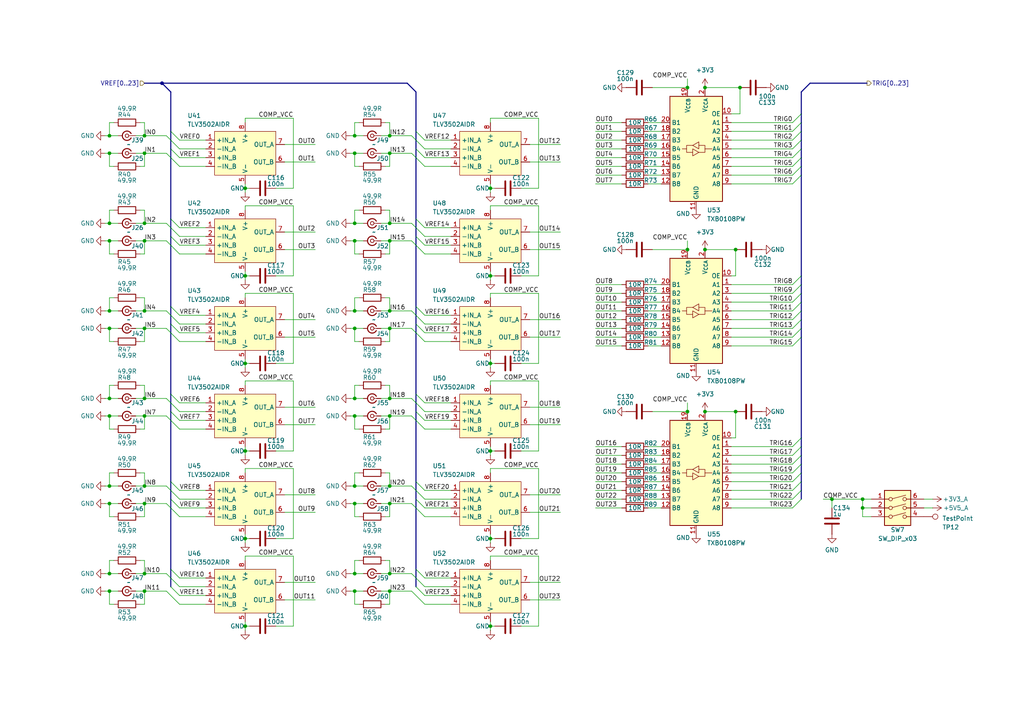
<source format=kicad_sch>
(kicad_sch (version 20250114) (generator "eeschema") (generator_version "9.0")
  (paper "A4")
  (junction (at 41.91 39.37))
  (junction (at 31.75 44.45))
  (junction (at 41.91 69.85))
  (junction (at 102.87 44.45))
  (junction (at 71.12 54.61))
  (junction (at 31.75 115.57))
  (junction (at 102.87 95.25))
  (junction (at 113.03 90.17))
  (junction (at 142.24 80.01))
  (junction (at 113.03 95.25))
  (junction (at 41.91 44.45))
  (junction (at 41.91 120.65))
  (junction (at 31.75 146.05))
  (junction (at 199.39 25.4))
  (junction (at 204.47 72.39))
  (junction (at 213.36 72.39))
  (junction (at 31.75 69.85))
  (junction (at 102.87 140.97))
  (junction (at 31.75 140.97))
  (junction (at 31.75 166.37))
  (junction (at 214.63 25.4))
  (junction (at 31.75 95.25))
  (junction (at 113.03 146.05))
  (junction (at 204.47 25.4))
  (junction (at 142.24 54.61))
  (junction (at 113.03 166.37))
  (junction (at 102.87 64.77))
  (junction (at 31.75 171.45))
  (junction (at 41.91 140.97))
  (junction (at 142.24 181.61))
  (junction (at 31.75 120.65))
  (junction (at 250.19 147.32))
  (junction (at 71.12 156.21))
  (junction (at 102.87 115.57))
  (junction (at 142.24 156.21))
  (junction (at 204.47 119.38))
  (junction (at 31.75 64.77))
  (junction (at 102.87 171.45))
  (junction (at 113.03 69.85))
  (junction (at 113.03 140.97))
  (junction (at 31.75 90.17))
  (junction (at 199.39 72.39))
  (junction (at 102.87 90.17))
  (junction (at 41.91 64.77))
  (junction (at 241.3 144.78))
  (junction (at 41.91 115.57))
  (junction (at 71.12 181.61))
  (junction (at 41.91 166.37))
  (junction (at 71.12 105.41))
  (junction (at 46.99 24.13))
  (junction (at 142.24 130.81))
  (junction (at 102.87 120.65))
  (junction (at 250.19 144.78))
  (junction (at 113.03 115.57))
  (junction (at 41.91 171.45))
  (junction (at 41.91 90.17))
  (junction (at 102.87 39.37))
  (junction (at 31.75 39.37))
  (junction (at 113.03 44.45))
  (junction (at 102.87 166.37))
  (junction (at 113.03 64.77))
  (junction (at 113.03 39.37))
  (junction (at 71.12 130.81))
  (junction (at 102.87 69.85))
  (junction (at 71.12 80.01))
  (junction (at 102.87 146.05))
  (junction (at 113.03 171.45))
  (junction (at 213.36 119.38))
  (junction (at 142.24 105.41))
  (junction (at 41.91 95.25))
  (junction (at 41.91 146.05))
  (junction (at 199.39 119.38))
  (junction (at 113.03 120.65))
  (bus_entry (at 229.87 87.63) (size 2.54 -2.54))
  (bus_entry (at 229.87 38.1) (size 2.54 -2.54))
  (bus_entry (at 49.53 93.98) (size 2.54 2.54))
  (bus_entry (at 120.65 144.78) (size 2.54 2.54))
  (bus_entry (at 120.65 170.18) (size 2.54 2.54))
  (bus_entry (at 49.53 114.3) (size 2.54 2.54))
  (bus_entry (at 229.87 144.78) (size 2.54 -2.54))
  (bus_entry (at 229.87 97.79) (size 2.54 -2.54))
  (bus_entry (at 229.87 82.55) (size 2.54 -2.54))
  (bus_entry (at 120.65 38.1) (size 2.54 2.54))
  (bus_entry (at 229.87 129.54) (size 2.54 -2.54))
  (bus_entry (at 229.87 53.34) (size 2.54 -2.54))
  (bus_entry (at 49.53 165.1) (size 2.54 2.54))
  (bus_entry (at 49.53 139.7) (size 2.54 2.54))
  (bus_entry (at 229.87 48.26) (size 2.54 -2.54))
  (bus_entry (at 229.87 137.16) (size 2.54 -2.54))
  (bus_entry (at 229.87 95.25) (size 2.54 -2.54))
  (bus_entry (at 229.87 100.33) (size 2.54 -2.54))
  (bus_entry (at 120.65 93.98) (size 2.54 2.54))
  (bus_entry (at 229.87 43.18) (size 2.54 -2.54))
  (bus_entry (at 120.65 165.1) (size 2.54 2.54))
  (bus_entry (at 49.53 88.9) (size 2.54 2.54))
  (bus_entry (at 120.65 139.7) (size 2.54 2.54))
  (bus_entry (at 229.87 147.32) (size 2.54 -2.54))
  (bus_entry (at 49.53 43.18) (size 2.54 2.54))
  (bus_entry (at 229.87 40.64) (size 2.54 -2.54))
  (bus_entry (at 49.53 119.38) (size 2.54 2.54))
  (bus_entry (at 120.65 114.3) (size 2.54 2.54))
  (bus_entry (at 120.65 88.9) (size 2.54 2.54))
  (bus_entry (at 120.65 43.18) (size 2.54 2.54))
  (bus_entry (at 49.53 63.5) (size 2.54 2.54))
  (bus_entry (at 229.87 134.62) (size 2.54 -2.54))
  (bus_entry (at 229.87 90.17) (size 2.54 -2.54))
  (bus_entry (at 229.87 142.24) (size 2.54 -2.54))
  (bus_entry (at 229.87 50.8) (size 2.54 -2.54))
  (bus_entry (at 229.87 132.08) (size 2.54 -2.54))
  (bus_entry (at 120.65 63.5) (size 2.54 2.54))
  (bus_entry (at 120.65 119.38) (size 2.54 2.54))
  (bus_entry (at 229.87 139.7) (size 2.54 -2.54))
  (bus_entry (at 49.53 68.58) (size 2.54 2.54))
  (bus_entry (at 229.87 92.71) (size 2.54 -2.54))
  (bus_entry (at 49.53 144.78) (size 2.54 2.54))
  (bus_entry (at 49.53 170.18) (size 2.54 2.54))
  (bus_entry (at 229.87 45.72) (size 2.54 -2.54))
  (bus_entry (at 229.87 35.56) (size 2.54 -2.54))
  (bus_entry (at 120.65 68.58) (size 2.54 2.54))
  (bus_entry (at 229.87 85.09) (size 2.54 -2.54))
  (bus_entry (at 49.53 38.1) (size 2.54 2.54))
  (wire (pts (xy 82.55 148.59) (xy 91.44 148.59)))
  (wire (pts (xy 30.48 69.85) (xy 31.75 69.85)))
  (wire (pts (xy 142.24 110.49) (xy 156.21 110.49)))
  (wire (pts (xy 142.24 85.09) (xy 142.24 86.36)))
  (wire (pts (xy 30.48 115.57) (xy 31.75 115.57)))
  (wire (pts (xy 113.03 39.37) (xy 119.38 39.37)))
  (wire (pts (xy 71.12 34.29) (xy 85.09 34.29)))
  (wire (pts (xy 189.23 25.4) (xy 199.39 25.4)))
  (wire (pts (xy 130.81 99.06) (xy 123.19 99.06)))
  (wire (pts (xy 142.24 34.29) (xy 142.24 35.56)))
  (wire (pts (xy 123.19 142.24) (xy 130.81 142.24)))
  (bus (pts (xy 120.65 165.1) (xy 120.65 170.18)))
  (wire (pts (xy 113.03 95.25) (xy 119.38 95.25)))
  (wire (pts (xy 130.81 119.38) (xy 123.19 119.38)))
  (wire (pts (xy 39.37 120.65) (xy 41.91 120.65)))
  (wire (pts (xy 111.76 162.56) (xy 113.03 162.56)))
  (wire (pts (xy 111.76 99.06) (xy 113.03 99.06)))
  (wire (pts (xy 142.24 135.89) (xy 156.21 135.89)))
  (wire (pts (xy 113.03 44.45) (xy 119.38 44.45)))
  (wire (pts (xy 85.09 85.09) (xy 85.09 105.41)))
  (wire (pts (xy 102.87 120.65) (xy 102.87 124.46)))
  (wire (pts (xy 31.75 149.86) (xy 33.02 149.86)))
  (wire (pts (xy 187.96 142.24) (xy 191.77 142.24)))
  (wire (pts (xy 172.72 50.8) (xy 180.34 50.8)))
  (wire (pts (xy 142.24 181.61) (xy 143.51 181.61)))
  (wire (pts (xy 102.87 146.05) (xy 105.41 146.05)))
  (wire (pts (xy 123.19 172.72) (xy 130.81 172.72)))
  (wire (pts (xy 48.26 120.65) (xy 52.07 124.46)))
  (wire (pts (xy 71.12 59.69) (xy 85.09 59.69)))
  (wire (pts (xy 102.87 171.45) (xy 102.87 175.26)))
  (wire (pts (xy 113.03 115.57) (xy 119.38 115.57)))
  (wire (pts (xy 102.87 86.36) (xy 104.14 86.36)))
  (wire (pts (xy 41.91 39.37) (xy 48.26 39.37)))
  (bus (pts (xy 232.41 134.62) (xy 232.41 137.16)))
  (wire (pts (xy 110.49 39.37) (xy 113.03 39.37)))
  (wire (pts (xy 102.87 44.45) (xy 102.87 48.26)))
  (wire (pts (xy 41.91 115.57) (xy 48.26 115.57)))
  (wire (pts (xy 102.87 175.26) (xy 104.14 175.26)))
  (wire (pts (xy 31.75 95.25) (xy 34.29 95.25)))
  (bus (pts (xy 49.53 68.58) (xy 49.53 88.9)))
  (wire (pts (xy 172.72 53.34) (xy 180.34 53.34)))
  (wire (pts (xy 212.09 87.63) (xy 229.87 87.63)))
  (wire (pts (xy 113.03 146.05) (xy 113.03 149.86)))
  (wire (pts (xy 123.19 121.92) (xy 130.81 121.92)))
  (wire (pts (xy 113.03 64.77) (xy 113.03 60.96)))
  (wire (pts (xy 102.87 90.17) (xy 102.87 86.36)))
  (wire (pts (xy 59.69 43.18) (xy 52.07 43.18)))
  (wire (pts (xy 212.09 85.09) (xy 229.87 85.09)))
  (wire (pts (xy 153.67 46.99) (xy 162.56 46.99)))
  (wire (pts (xy 172.72 100.33) (xy 180.34 100.33)))
  (wire (pts (xy 130.81 73.66) (xy 123.19 73.66)))
  (wire (pts (xy 102.87 69.85) (xy 105.41 69.85)))
  (wire (pts (xy 85.09 105.41) (xy 80.01 105.41)))
  (bus (pts (xy 232.41 97.79) (xy 232.41 127)))
  (wire (pts (xy 102.87 149.86) (xy 104.14 149.86)))
  (wire (pts (xy 82.55 143.51) (xy 91.44 143.51)))
  (wire (pts (xy 142.24 85.09) (xy 156.21 85.09)))
  (bus (pts (xy 49.53 38.1) (xy 49.53 43.18)))
  (wire (pts (xy 153.67 118.11) (xy 162.56 118.11)))
  (wire (pts (xy 39.37 146.05) (xy 41.91 146.05)))
  (wire (pts (xy 212.09 80.01) (xy 213.36 80.01)))
  (wire (pts (xy 187.96 35.56) (xy 191.77 35.56)))
  (wire (pts (xy 213.36 119.38) (xy 204.47 119.38)))
  (wire (pts (xy 41.91 90.17) (xy 48.26 90.17)))
  (wire (pts (xy 39.37 140.97) (xy 41.91 140.97)))
  (wire (pts (xy 39.37 44.45) (xy 41.91 44.45)))
  (wire (pts (xy 52.07 167.64) (xy 59.69 167.64)))
  (bus (pts (xy 232.41 33.02) (xy 232.41 35.56)))
  (wire (pts (xy 71.12 55.88) (xy 71.12 54.61)))
  (wire (pts (xy 199.39 116.84) (xy 199.39 119.38)))
  (wire (pts (xy 59.69 68.58) (xy 52.07 68.58)))
  (wire (pts (xy 41.91 69.85) (xy 48.26 69.85)))
  (wire (pts (xy 142.24 59.69) (xy 156.21 59.69)))
  (bus (pts (xy 120.65 63.5) (xy 120.65 68.58)))
  (wire (pts (xy 111.76 137.16) (xy 113.03 137.16)))
  (wire (pts (xy 113.03 120.65) (xy 119.38 120.65)))
  (wire (pts (xy 113.03 140.97) (xy 119.38 140.97)))
  (wire (pts (xy 156.21 161.29) (xy 156.21 181.61)))
  (wire (pts (xy 85.09 54.61) (xy 80.01 54.61)))
  (wire (pts (xy 40.64 111.76) (xy 41.91 111.76)))
  (bus (pts (xy 232.41 85.09) (xy 232.41 87.63)))
  (wire (pts (xy 172.72 45.72) (xy 180.34 45.72)))
  (wire (pts (xy 130.81 175.26) (xy 123.19 175.26)))
  (wire (pts (xy 30.48 166.37) (xy 31.75 166.37)))
  (wire (pts (xy 111.76 111.76) (xy 113.03 111.76)))
  (wire (pts (xy 48.26 90.17) (xy 52.07 93.98)))
  (wire (pts (xy 41.91 95.25) (xy 41.91 99.06)))
  (wire (pts (xy 40.64 73.66) (xy 41.91 73.66)))
  (wire (pts (xy 30.48 90.17) (xy 31.75 90.17)))
  (wire (pts (xy 172.72 95.25) (xy 180.34 95.25)))
  (wire (pts (xy 52.07 96.52) (xy 59.69 96.52)))
  (wire (pts (xy 110.49 140.97) (xy 113.03 140.97)))
  (wire (pts (xy 113.03 69.85) (xy 113.03 73.66)))
  (bus (pts (xy 120.65 139.7) (xy 120.65 144.78)))
  (wire (pts (xy 156.21 80.01) (xy 151.13 80.01)))
  (wire (pts (xy 187.96 147.32) (xy 191.77 147.32)))
  (wire (pts (xy 71.12 54.61) (xy 72.39 54.61)))
  (wire (pts (xy 111.76 86.36) (xy 113.03 86.36)))
  (wire (pts (xy 102.87 120.65) (xy 105.41 120.65)))
  (wire (pts (xy 156.21 135.89) (xy 156.21 156.21)))
  (wire (pts (xy 82.55 72.39) (xy 91.44 72.39)))
  (wire (pts (xy 113.03 171.45) (xy 113.03 175.26)))
  (wire (pts (xy 212.09 129.54) (xy 229.87 129.54)))
  (wire (pts (xy 123.19 40.64) (xy 130.81 40.64)))
  (wire (pts (xy 111.76 35.56) (xy 113.03 35.56)))
  (wire (pts (xy 101.6 44.45) (xy 102.87 44.45)))
  (wire (pts (xy 39.37 171.45) (xy 41.91 171.45)))
  (wire (pts (xy 187.96 48.26) (xy 191.77 48.26)))
  (wire (pts (xy 31.75 166.37) (xy 34.29 166.37)))
  (wire (pts (xy 41.91 69.85) (xy 41.91 73.66)))
  (bus (pts (xy 49.53 26.67) (xy 49.53 38.1)))
  (bus (pts (xy 232.41 48.26) (xy 232.41 50.8)))
  (bus (pts (xy 118.11 24.13) (xy 120.65 26.67)))
  (wire (pts (xy 82.55 123.19) (xy 91.44 123.19)))
  (bus (pts (xy 120.65 114.3) (xy 120.65 119.38)))
  (wire (pts (xy 40.64 48.26) (xy 41.91 48.26)))
  (wire (pts (xy 31.75 64.77) (xy 31.75 60.96)))
  (wire (pts (xy 189.23 119.38) (xy 199.39 119.38)))
  (wire (pts (xy 31.75 90.17) (xy 34.29 90.17)))
  (wire (pts (xy 101.6 140.97) (xy 102.87 140.97)))
  (wire (pts (xy 48.26 44.45) (xy 52.07 48.26)))
  (wire (pts (xy 130.81 124.46) (xy 123.19 124.46)))
  (wire (pts (xy 31.75 140.97) (xy 31.75 137.16)))
  (wire (pts (xy 85.09 59.69) (xy 85.09 80.01)))
  (wire (pts (xy 71.12 130.81) (xy 71.12 129.54)))
  (wire (pts (xy 250.19 149.86) (xy 252.73 149.86)))
  (wire (pts (xy 172.72 43.18) (xy 180.34 43.18)))
  (bus (pts (xy 232.41 137.16) (xy 232.41 139.7)))
  (bus (pts (xy 232.41 90.17) (xy 232.41 92.71)))
  (wire (pts (xy 110.49 120.65) (xy 113.03 120.65)))
  (wire (pts (xy 110.49 171.45) (xy 113.03 171.45)))
  (wire (pts (xy 113.03 90.17) (xy 119.38 90.17)))
  (wire (pts (xy 187.96 144.78) (xy 191.77 144.78)))
  (wire (pts (xy 172.72 142.24) (xy 180.34 142.24)))
  (wire (pts (xy 156.21 85.09) (xy 156.21 105.41)))
  (wire (pts (xy 212.09 50.8) (xy 229.87 50.8)))
  (wire (pts (xy 187.96 85.09) (xy 191.77 85.09)))
  (wire (pts (xy 119.38 95.25) (xy 123.19 99.06)))
  (wire (pts (xy 199.39 22.86) (xy 199.39 25.4)))
  (wire (pts (xy 113.03 69.85) (xy 119.38 69.85)))
  (wire (pts (xy 123.19 91.44) (xy 130.81 91.44)))
  (wire (pts (xy 119.38 146.05) (xy 123.19 149.86)))
  (wire (pts (xy 270.51 147.32) (xy 267.97 147.32)))
  (wire (pts (xy 113.03 146.05) (xy 119.38 146.05)))
  (wire (pts (xy 31.75 175.26) (xy 33.02 175.26)))
  (wire (pts (xy 187.96 40.64) (xy 191.77 40.64)))
  (bus (pts (xy 232.41 95.25) (xy 232.41 97.79)))
  (wire (pts (xy 30.48 95.25) (xy 31.75 95.25)))
  (wire (pts (xy 71.12 156.21) (xy 72.39 156.21)))
  (wire (pts (xy 102.87 140.97) (xy 105.41 140.97)))
  (wire (pts (xy 187.96 97.79) (xy 191.77 97.79)))
  (wire (pts (xy 119.38 64.77) (xy 123.19 68.58)))
  (wire (pts (xy 153.67 41.91) (xy 162.56 41.91)))
  (bus (pts (xy 120.65 93.98) (xy 120.65 114.3)))
  (wire (pts (xy 102.87 115.57) (xy 105.41 115.57)))
  (wire (pts (xy 119.38 44.45) (xy 123.19 48.26)))
  (wire (pts (xy 40.64 137.16) (xy 41.91 137.16)))
  (wire (pts (xy 250.19 147.32) (xy 252.73 147.32)))
  (wire (pts (xy 110.49 90.17) (xy 113.03 90.17)))
  (wire (pts (xy 31.75 39.37) (xy 31.75 35.56)))
  (wire (pts (xy 111.76 124.46) (xy 113.03 124.46)))
  (wire (pts (xy 52.07 40.64) (xy 59.69 40.64)))
  (wire (pts (xy 71.12 161.29) (xy 85.09 161.29)))
  (wire (pts (xy 101.6 166.37) (xy 102.87 166.37)))
  (bus (pts (xy 49.53 119.38) (xy 49.53 139.7)))
  (wire (pts (xy 59.69 170.18) (xy 52.07 170.18)))
  (wire (pts (xy 187.96 87.63) (xy 191.77 87.63)))
  (bus (pts (xy 49.53 114.3) (xy 49.53 119.38)))
  (wire (pts (xy 31.75 86.36) (xy 33.02 86.36)))
  (wire (pts (xy 119.38 171.45) (xy 123.19 175.26)))
  (wire (pts (xy 85.09 156.21) (xy 80.01 156.21)))
  (wire (pts (xy 41.91 120.65) (xy 48.26 120.65)))
  (wire (pts (xy 172.72 132.08) (xy 180.34 132.08)))
  (wire (pts (xy 31.75 120.65) (xy 34.29 120.65)))
  (wire (pts (xy 212.09 53.34) (xy 229.87 53.34)))
  (wire (pts (xy 130.81 43.18) (xy 123.19 43.18)))
  (wire (pts (xy 130.81 48.26) (xy 123.19 48.26)))
  (wire (pts (xy 41.91 64.77) (xy 48.26 64.77)))
  (wire (pts (xy 113.03 115.57) (xy 113.03 111.76)))
  (wire (pts (xy 187.96 82.55) (xy 191.77 82.55)))
  (wire (pts (xy 113.03 64.77) (xy 119.38 64.77)))
  (wire (pts (xy 39.37 115.57) (xy 41.91 115.57)))
  (wire (pts (xy 102.87 39.37) (xy 102.87 35.56)))
  (wire (pts (xy 102.87 146.05) (xy 102.87 149.86)))
  (wire (pts (xy 123.19 96.52) (xy 130.81 96.52)))
  (wire (pts (xy 172.72 85.09) (xy 180.34 85.09)))
  (wire (pts (xy 71.12 105.41) (xy 71.12 104.14)))
  (wire (pts (xy 41.91 95.25) (xy 48.26 95.25)))
  (wire (pts (xy 119.38 115.57) (xy 123.19 119.38)))
  (bus (pts (xy 120.65 43.18) (xy 120.65 63.5)))
  (wire (pts (xy 187.96 137.16) (xy 191.77 137.16)))
  (wire (pts (xy 142.24 161.29) (xy 142.24 162.56)))
  (wire (pts (xy 172.72 139.7) (xy 180.34 139.7)))
  (wire (pts (xy 82.55 92.71) (xy 91.44 92.71)))
  (wire (pts (xy 130.81 93.98) (xy 123.19 93.98)))
  (wire (pts (xy 102.87 64.77) (xy 102.87 60.96)))
  (bus (pts (xy 49.53 93.98) (xy 49.53 114.3)))
  (bus (pts (xy 49.53 43.18) (xy 49.53 63.5)))
  (wire (pts (xy 41.91 44.45) (xy 41.91 48.26)))
  (wire (pts (xy 59.69 48.26) (xy 52.07 48.26)))
  (wire (pts (xy 250.19 144.78) (xy 252.73 144.78)))
  (wire (pts (xy 241.3 144.78) (xy 241.3 147.32)))
  (bus (pts (xy 49.53 144.78) (xy 49.53 165.1)))
  (wire (pts (xy 212.09 38.1) (xy 229.87 38.1)))
  (wire (pts (xy 31.75 39.37) (xy 34.29 39.37)))
  (wire (pts (xy 187.96 129.54) (xy 191.77 129.54)))
  (wire (pts (xy 113.03 95.25) (xy 113.03 99.06)))
  (wire (pts (xy 85.09 181.61) (xy 80.01 181.61)))
  (wire (pts (xy 142.24 156.21) (xy 142.24 154.94)))
  (bus (pts (xy 234.95 24.13) (xy 232.41 26.67)))
  (wire (pts (xy 153.67 168.91) (xy 162.56 168.91)))
  (wire (pts (xy 119.38 90.17) (xy 123.19 93.98)))
  (wire (pts (xy 59.69 99.06) (xy 52.07 99.06)))
  (wire (pts (xy 111.76 48.26) (xy 113.03 48.26)))
  (wire (pts (xy 111.76 149.86) (xy 113.03 149.86)))
  (wire (pts (xy 41.91 166.37) (xy 48.26 166.37)))
  (wire (pts (xy 40.64 86.36) (xy 41.91 86.36)))
  (wire (pts (xy 130.81 144.78) (xy 123.19 144.78)))
  (bus (pts (xy 49.53 63.5) (xy 49.53 68.58)))
  (wire (pts (xy 123.19 147.32) (xy 130.81 147.32)))
  (wire (pts (xy 48.26 39.37) (xy 52.07 43.18)))
  (wire (pts (xy 250.19 144.78) (xy 250.19 147.32)))
  (bus (pts (xy 232.41 43.18) (xy 232.41 45.72)))
  (wire (pts (xy 102.87 111.76) (xy 104.14 111.76)))
  (wire (pts (xy 102.87 124.46) (xy 104.14 124.46)))
  (wire (pts (xy 212.09 40.64) (xy 229.87 40.64)))
  (wire (pts (xy 156.21 181.61) (xy 151.13 181.61)))
  (wire (pts (xy 31.75 73.66) (xy 33.02 73.66)))
  (wire (pts (xy 102.87 69.85) (xy 102.87 73.66)))
  (bus (pts (xy 49.53 165.1) (xy 49.53 170.18)))
  (wire (pts (xy 153.67 72.39) (xy 162.56 72.39)))
  (wire (pts (xy 52.07 45.72) (xy 59.69 45.72)))
  (wire (pts (xy 119.38 69.85) (xy 123.19 73.66)))
  (wire (pts (xy 39.37 95.25) (xy 41.91 95.25)))
  (wire (pts (xy 52.07 71.12) (xy 59.69 71.12)))
  (wire (pts (xy 172.72 90.17) (xy 180.34 90.17)))
  (bus (pts (xy 232.41 92.71) (xy 232.41 95.25)))
  (wire (pts (xy 142.24 54.61) (xy 143.51 54.61)))
  (wire (pts (xy 172.72 137.16) (xy 180.34 137.16)))
  (wire (pts (xy 30.48 146.05) (xy 31.75 146.05)))
  (bus (pts (xy 232.41 45.72) (xy 232.41 48.26)))
  (wire (pts (xy 212.09 147.32) (xy 229.87 147.32)))
  (wire (pts (xy 71.12 34.29) (xy 71.12 35.56)))
  (wire (pts (xy 48.26 171.45) (xy 52.07 175.26)))
  (wire (pts (xy 31.75 171.45) (xy 31.75 175.26)))
  (wire (pts (xy 82.55 46.99) (xy 91.44 46.99)))
  (wire (pts (xy 30.48 120.65) (xy 31.75 120.65)))
  (wire (pts (xy 153.67 67.31) (xy 162.56 67.31)))
  (wire (pts (xy 187.96 53.34) (xy 191.77 53.34)))
  (wire (pts (xy 187.96 38.1) (xy 191.77 38.1)))
  (wire (pts (xy 31.75 115.57) (xy 34.29 115.57)))
  (wire (pts (xy 82.55 41.91) (xy 91.44 41.91)))
  (wire (pts (xy 153.67 173.99) (xy 162.56 173.99)))
  (wire (pts (xy 59.69 119.38) (xy 52.07 119.38)))
  (wire (pts (xy 142.24 81.28) (xy 142.24 80.01)))
  (wire (pts (xy 85.09 80.01) (xy 80.01 80.01)))
  (wire (pts (xy 71.12 157.48) (xy 71.12 156.21)))
  (wire (pts (xy 172.72 134.62) (xy 180.34 134.62)))
  (wire (pts (xy 172.72 82.55) (xy 180.34 82.55)))
  (wire (pts (xy 101.6 90.17) (xy 102.87 90.17)))
  (wire (pts (xy 142.24 130.81) (xy 142.24 129.54)))
  (wire (pts (xy 71.12 110.49) (xy 85.09 110.49)))
  (wire (pts (xy 101.6 95.25) (xy 102.87 95.25)))
  (wire (pts (xy 85.09 34.29) (xy 85.09 54.61)))
  (wire (pts (xy 71.12 135.89) (xy 85.09 135.89)))
  (wire (pts (xy 123.19 71.12) (xy 130.81 71.12)))
  (wire (pts (xy 71.12 110.49) (xy 71.12 111.76)))
  (wire (pts (xy 111.76 73.66) (xy 113.03 73.66)))
  (bus (pts (xy 232.41 50.8) (xy 232.41 80.01)))
  (wire (pts (xy 187.96 50.8) (xy 191.77 50.8)))
  (wire (pts (xy 59.69 175.26) (xy 52.07 175.26)))
  (wire (pts (xy 52.07 147.32) (xy 59.69 147.32)))
  (wire (pts (xy 212.09 92.71) (xy 229.87 92.71)))
  (wire (pts (xy 71.12 130.81) (xy 72.39 130.81)))
  (bus (pts (xy 232.41 87.63) (xy 232.41 90.17)))
  (wire (pts (xy 187.96 95.25) (xy 191.77 95.25)))
  (wire (pts (xy 40.64 175.26) (xy 41.91 175.26)))
  (wire (pts (xy 41.91 140.97) (xy 41.91 137.16)))
  (wire (pts (xy 142.24 55.88) (xy 142.24 54.61)))
  (wire (pts (xy 187.96 132.08) (xy 191.77 132.08)))
  (wire (pts (xy 85.09 135.89) (xy 85.09 156.21)))
  (wire (pts (xy 31.75 115.57) (xy 31.75 111.76)))
  (wire (pts (xy 199.39 69.85) (xy 199.39 72.39)))
  (wire (pts (xy 153.67 143.51) (xy 162.56 143.51)))
  (wire (pts (xy 119.38 39.37) (xy 123.19 43.18)))
  (wire (pts (xy 101.6 171.45) (xy 102.87 171.45)))
  (wire (pts (xy 41.91 171.45) (xy 41.91 175.26)))
  (wire (pts (xy 71.12 181.61) (xy 71.12 180.34)))
  (wire (pts (xy 130.81 149.86) (xy 123.19 149.86)))
  (wire (pts (xy 101.6 120.65) (xy 102.87 120.65)))
  (wire (pts (xy 172.72 38.1) (xy 180.34 38.1)))
  (wire (pts (xy 212.09 132.08) (xy 229.87 132.08)))
  (wire (pts (xy 142.24 181.61) (xy 142.24 180.34)))
  (wire (pts (xy 172.72 48.26) (xy 180.34 48.26)))
  (wire (pts (xy 102.87 166.37) (xy 105.41 166.37)))
  (wire (pts (xy 30.48 44.45) (xy 31.75 44.45)))
  (wire (pts (xy 213.36 80.01) (xy 213.36 72.39)))
  (wire (pts (xy 41.91 166.37) (xy 41.91 162.56)))
  (wire (pts (xy 71.12 80.01) (xy 71.12 78.74)))
  (wire (pts (xy 39.37 69.85) (xy 41.91 69.85)))
  (wire (pts (xy 172.72 97.79) (xy 180.34 97.79)))
  (wire (pts (xy 113.03 166.37) (xy 113.03 162.56)))
  (wire (pts (xy 212.09 144.78) (xy 229.87 144.78)))
  (wire (pts (xy 31.75 171.45) (xy 34.29 171.45)))
  (bus (pts (xy 232.41 129.54) (xy 232.41 132.08)))
  (wire (pts (xy 39.37 90.17) (xy 41.91 90.17)))
  (wire (pts (xy 30.48 64.77) (xy 31.75 64.77)))
  (wire (pts (xy 270.51 144.78) (xy 267.97 144.78)))
  (wire (pts (xy 102.87 171.45) (xy 105.41 171.45)))
  (wire (pts (xy 172.72 144.78) (xy 180.34 144.78)))
  (wire (pts (xy 71.12 161.29) (xy 71.12 162.56)))
  (wire (pts (xy 31.75 44.45) (xy 34.29 44.45)))
  (wire (pts (xy 101.6 64.77) (xy 102.87 64.77)))
  (wire (pts (xy 130.81 170.18) (xy 123.19 170.18)))
  (bus (pts (xy 41.91 24.13) (xy 46.99 24.13)))
  (wire (pts (xy 48.26 166.37) (xy 52.07 170.18)))
  (wire (pts (xy 48.26 95.25) (xy 52.07 99.06)))
  (wire (pts (xy 71.12 135.89) (xy 71.12 137.16)))
  (wire (pts (xy 31.75 60.96) (xy 33.02 60.96)))
  (wire (pts (xy 52.07 91.44) (xy 59.69 91.44)))
  (wire (pts (xy 172.72 40.64) (xy 180.34 40.64)))
  (wire (pts (xy 119.38 140.97) (xy 123.19 144.78)))
  (wire (pts (xy 41.91 120.65) (xy 41.91 124.46)))
  (wire (pts (xy 123.19 45.72) (xy 130.81 45.72)))
  (bus (pts (xy 49.53 88.9) (xy 49.53 93.98)))
  (wire (pts (xy 113.03 39.37) (xy 113.03 35.56)))
  (wire (pts (xy 153.67 148.59) (xy 162.56 148.59)))
  (wire (pts (xy 31.75 120.65) (xy 31.75 124.46)))
  (wire (pts (xy 40.64 99.06) (xy 41.91 99.06)))
  (wire (pts (xy 142.24 106.68) (xy 142.24 105.41)))
  (wire (pts (xy 212.09 142.24) (xy 229.87 142.24)))
  (wire (pts (xy 85.09 161.29) (xy 85.09 181.61)))
  (wire (pts (xy 142.24 59.69) (xy 142.24 60.96)))
  (wire (pts (xy 48.26 140.97) (xy 52.07 144.78)))
  (wire (pts (xy 48.26 69.85) (xy 52.07 73.66)))
  (wire (pts (xy 31.75 124.46) (xy 33.02 124.46)))
  (wire (pts (xy 113.03 171.45) (xy 119.38 171.45)))
  (wire (pts (xy 31.75 48.26) (xy 33.02 48.26)))
  (wire (pts (xy 82.55 67.31) (xy 91.44 67.31)))
  (wire (pts (xy 142.24 110.49) (xy 142.24 111.76)))
  (wire (pts (xy 156.21 110.49) (xy 156.21 130.81)))
  (wire (pts (xy 212.09 95.25) (xy 229.87 95.25)))
  (wire (pts (xy 82.55 168.91) (xy 91.44 168.91)))
  (wire (pts (xy 212.09 137.16) (xy 229.87 137.16)))
  (wire (pts (xy 213.36 127) (xy 213.36 119.38)))
  (wire (pts (xy 142.24 157.48) (xy 142.24 156.21)))
  (wire (pts (xy 48.26 64.77) (xy 52.07 68.58)))
  (wire (pts (xy 153.67 97.79) (xy 162.56 97.79)))
  (wire (pts (xy 31.75 90.17) (xy 31.75 86.36)))
  (wire (pts (xy 142.24 105.41) (xy 142.24 104.14)))
  (wire (pts (xy 172.72 35.56) (xy 180.34 35.56)))
  (wire (pts (xy 113.03 140.97) (xy 113.03 137.16)))
  (wire (pts (xy 41.91 171.45) (xy 48.26 171.45)))
  (wire (pts (xy 212.09 97.79) (xy 229.87 97.79)))
  (wire (pts (xy 31.75 146.05) (xy 34.29 146.05)))
  (wire (pts (xy 110.49 166.37) (xy 113.03 166.37)))
  (wire (pts (xy 123.19 167.64) (xy 130.81 167.64)))
  (wire (pts (xy 52.07 121.92) (xy 59.69 121.92)))
  (bus (pts (xy 232.41 139.7) (xy 232.41 142.24)))
  (wire (pts (xy 142.24 34.29) (xy 156.21 34.29)))
  (wire (pts (xy 40.64 149.86) (xy 41.91 149.86)))
  (wire (pts (xy 85.09 110.49) (xy 85.09 130.81)))
  (wire (pts (xy 111.76 175.26) (xy 113.03 175.26)))
  (bus (pts (xy 232.41 132.08) (xy 232.41 134.62)))
  (wire (pts (xy 41.91 146.05) (xy 41.91 149.86)))
  (wire (pts (xy 31.75 140.97) (xy 34.29 140.97)))
  (wire (pts (xy 113.03 120.65) (xy 113.03 124.46)))
  (wire (pts (xy 156.21 54.61) (xy 151.13 54.61)))
  (bus (pts (xy 232.41 80.01) (xy 232.41 82.55)))
  (wire (pts (xy 71.12 132.08) (xy 71.12 130.81)))
  (bus (pts (xy 120.65 68.58) (xy 120.65 88.9)))
  (wire (pts (xy 71.12 156.21) (xy 71.12 154.94)))
  (bus (pts (xy 232.41 38.1) (xy 232.41 40.64)))
  (wire (pts (xy 52.07 66.04) (xy 59.69 66.04)))
  (wire (pts (xy 102.87 99.06) (xy 104.14 99.06)))
  (wire (pts (xy 142.24 130.81) (xy 143.51 130.81)))
  (wire (pts (xy 172.72 147.32) (xy 180.34 147.32)))
  (bus (pts (xy 120.65 144.78) (xy 120.65 165.1)))
  (wire (pts (xy 41.91 90.17) (xy 41.91 86.36)))
  (wire (pts (xy 123.19 66.04) (xy 130.81 66.04)))
  (wire (pts (xy 212.09 90.17) (xy 229.87 90.17)))
  (wire (pts (xy 142.24 156.21) (xy 143.51 156.21)))
  (wire (pts (xy 71.12 85.09) (xy 85.09 85.09)))
  (wire (pts (xy 212.09 82.55) (xy 229.87 82.55)))
  (wire (pts (xy 41.91 115.57) (xy 41.91 111.76)))
  (wire (pts (xy 212.09 127) (xy 213.36 127)))
  (wire (pts (xy 41.91 39.37) (xy 41.91 35.56)))
  (wire (pts (xy 31.75 69.85) (xy 34.29 69.85)))
  (wire (pts (xy 156.21 59.69) (xy 156.21 80.01)))
  (wire (pts (xy 172.72 92.71) (xy 180.34 92.71)))
  (wire (pts (xy 31.75 64.77) (xy 34.29 64.77)))
  (wire (pts (xy 102.87 35.56) (xy 104.14 35.56)))
  (wire (pts (xy 59.69 144.78) (xy 52.07 144.78)))
  (wire (pts (xy 212.09 45.72) (xy 229.87 45.72)))
  (wire (pts (xy 82.55 173.99) (xy 91.44 173.99)))
  (bus (pts (xy 232.41 40.64) (xy 232.41 43.18)))
  (wire (pts (xy 31.75 166.37) (xy 31.75 162.56)))
  (wire (pts (xy 156.21 34.29) (xy 156.21 54.61)))
  (bus (pts (xy 232.41 35.56) (xy 232.41 38.1)))
  (wire (pts (xy 31.75 137.16) (xy 33.02 137.16)))
  (wire (pts (xy 39.37 39.37) (xy 41.91 39.37)))
  (wire (pts (xy 71.12 85.09) (xy 71.12 86.36)))
  (wire (pts (xy 212.09 134.62) (xy 229.87 134.62)))
  (wire (pts (xy 119.38 166.37) (xy 123.19 170.18)))
  (wire (pts (xy 102.87 115.57) (xy 102.87 111.76)))
  (wire (pts (xy 40.64 162.56) (xy 41.91 162.56)))
  (wire (pts (xy 142.24 54.61) (xy 142.24 53.34)))
  (wire (pts (xy 102.87 140.97) (xy 102.87 137.16)))
  (wire (pts (xy 82.55 118.11) (xy 91.44 118.11)))
  (bus (pts (xy 234.95 24.13) (xy 251.46 24.13)))
  (wire (pts (xy 238.76 144.78) (xy 241.3 144.78)))
  (wire (pts (xy 142.24 161.29) (xy 156.21 161.29)))
  (wire (pts (xy 82.55 97.79) (xy 91.44 97.79)))
  (bus (pts (xy 49.53 139.7) (xy 49.53 144.78)))
  (wire (pts (xy 187.96 43.18) (xy 191.77 43.18)))
  (wire (pts (xy 142.24 80.01) (xy 142.24 78.74)))
  (wire (pts (xy 110.49 95.25) (xy 113.03 95.25)))
  (wire (pts (xy 48.26 115.57) (xy 52.07 119.38)))
  (wire (pts (xy 212.09 35.56) (xy 229.87 35.56)))
  (wire (pts (xy 101.6 39.37) (xy 102.87 39.37)))
  (wire (pts (xy 110.49 146.05) (xy 113.03 146.05)))
  (wire (pts (xy 187.96 100.33) (xy 191.77 100.33)))
  (wire (pts (xy 111.76 60.96) (xy 113.03 60.96)))
  (wire (pts (xy 102.87 137.16) (xy 104.14 137.16)))
  (wire (pts (xy 113.03 44.45) (xy 113.03 48.26)))
  (wire (pts (xy 212.09 48.26) (xy 229.87 48.26)))
  (wire (pts (xy 214.63 33.02) (xy 214.63 25.4)))
  (wire (pts (xy 40.64 124.46) (xy 41.91 124.46)))
  (wire (pts (xy 102.87 44.45) (xy 105.41 44.45)))
  (wire (pts (xy 187.96 139.7) (xy 191.77 139.7)))
  (wire (pts (xy 102.87 39.37) (xy 105.41 39.37)))
  (bus (pts (xy 120.65 119.38) (xy 120.65 139.7)))
  (wire (pts (xy 39.37 64.77) (xy 41.91 64.77)))
  (wire (pts (xy 71.12 80.01) (xy 72.39 80.01)))
  (wire (pts (xy 156.21 105.41) (xy 151.13 105.41)))
  (wire (pts (xy 31.75 99.06) (xy 33.02 99.06)))
  (wire (pts (xy 71.12 105.41) (xy 72.39 105.41)))
  (wire (pts (xy 212.09 43.18) (xy 229.87 43.18)))
  (bus (pts (xy 232.41 142.24) (xy 232.41 144.78)))
  (wire (pts (xy 31.75 111.76) (xy 33.02 111.76)))
  (wire (pts (xy 119.38 120.65) (xy 123.19 124.46)))
  (wire (pts (xy 101.6 115.57) (xy 102.87 115.57)))
  (wire (pts (xy 102.87 64.77) (xy 105.41 64.77)))
  (wire (pts (xy 110.49 69.85) (xy 113.03 69.85)))
  (wire (pts (xy 101.6 69.85) (xy 102.87 69.85)))
  (wire (pts (xy 31.75 146.05) (xy 31.75 149.86)))
  (wire (pts (xy 142.24 135.89) (xy 142.24 137.16)))
  (wire (pts (xy 113.03 90.17) (xy 113.03 86.36)))
  (wire (pts (xy 31.75 69.85) (xy 31.75 73.66)))
  (wire (pts (xy 71.12 106.68) (xy 71.12 105.41)))
  (wire (pts (xy 41.91 146.05) (xy 48.26 146.05)))
  (wire (pts (xy 85.09 130.81) (xy 80.01 130.81)))
  (wire (pts (xy 52.07 142.24) (xy 59.69 142.24)))
  (bus (pts (xy 120.65 88.9) (xy 120.65 93.98)))
  (bus (pts (xy 46.99 24.13) (xy 49.53 26.67)))
  (wire (pts (xy 31.75 35.56) (xy 33.02 35.56)))
  (bus (pts (xy 120.65 38.1) (xy 120.65 43.18)))
  (wire (pts (xy 102.87 48.26) (xy 104.14 48.26)))
  (wire (pts (xy 142.24 105.41) (xy 143.51 105.41)))
  (wire (pts (xy 71.12 54.61) (xy 71.12 53.34)))
  (wire (pts (xy 212.09 139.7) (xy 229.87 139.7)))
  (wire (pts (xy 59.69 149.86) (xy 52.07 149.86)))
  (wire (pts (xy 71.12 182.88) (xy 71.12 181.61)))
  (wire (pts (xy 59.69 73.66) (xy 52.07 73.66)))
  (wire (pts (xy 214.63 25.4) (xy 204.47 25.4)))
  (wire (pts (xy 41.91 44.45) (xy 48.26 44.45)))
  (wire (pts (xy 187.96 92.71) (xy 191.77 92.71)))
  (wire (pts (xy 31.75 44.45) (xy 31.75 48.26)))
  (bus (pts (xy 120.65 26.67) (xy 120.65 38.1)))
  (wire (pts (xy 31.75 95.25) (xy 31.75 99.06)))
  (wire (pts (xy 110.49 64.77) (xy 113.03 64.77)))
  (wire (pts (xy 30.48 39.37) (xy 31.75 39.37)))
  (wire (pts (xy 130.81 68.58) (xy 123.19 68.58)))
  (wire (pts (xy 40.64 35.56) (xy 41.91 35.56)))
  (wire (pts (xy 142.24 182.88) (xy 142.24 181.61)))
  (wire (pts (xy 142.24 80.01) (xy 143.51 80.01)))
  (wire (pts (xy 52.07 172.72) (xy 59.69 172.72)))
  (bus (pts (xy 232.41 82.55) (xy 232.41 85.09)))
  (wire (pts (xy 102.87 73.66) (xy 104.14 73.66)))
  (wire (pts (xy 110.49 44.45) (xy 113.03 44.45)))
  (wire (pts (xy 71.12 81.28) (xy 71.12 80.01)))
  (wire (pts (xy 39.37 166.37) (xy 41.91 166.37)))
  (wire (pts (xy 241.3 144.78) (xy 250.19 144.78)))
  (wire (pts (xy 172.72 129.54) (xy 180.34 129.54)))
  (wire (pts (xy 41.91 140.97) (xy 48.26 140.97)))
  (wire (pts (xy 48.26 146.05) (xy 52.07 149.86)))
  (wire (pts (xy 71.12 59.69) (xy 71.12 60.96)))
  (wire (pts (xy 187.96 134.62) (xy 191.77 134.62)))
  (wire (pts (xy 59.69 124.46) (xy 52.07 124.46)))
  (wire (pts (xy 153.67 92.71) (xy 162.56 92.71)))
  (wire (pts (xy 102.87 60.96) (xy 104.14 60.96)))
  (wire (pts (xy 113.03 166.37) (xy 119.38 166.37)))
  (wire (pts (xy 156.21 130.81) (xy 151.13 130.81)))
  (wire (pts (xy 189.23 72.39) (xy 199.39 72.39)))
  (wire (pts (xy 30.48 171.45) (xy 31.75 171.45)))
  (wire (pts (xy 102.87 90.17) (xy 105.41 90.17)))
  (wire (pts (xy 110.49 115.57) (xy 113.03 115.57)))
  (wire (pts (xy 156.21 156.21) (xy 151.13 156.21)))
  (wire (pts (xy 102.87 95.25) (xy 105.41 95.25)))
  (wire (pts (xy 30.48 140.97) (xy 31.75 140.97)))
  (wire (pts (xy 212.09 33.02) (xy 214.63 33.02)))
  (wire (pts (xy 250.19 147.32) (xy 250.19 149.86)))
  (wire (pts (xy 101.6 146.05) (xy 102.87 146.05)))
  (wire (pts (xy 123.19 116.84) (xy 130.81 116.84)))
  (wire (pts (xy 59.69 93.98) (xy 52.07 93.98)))
  (wire (pts (xy 71.12 181.61) (xy 72.39 181.61)))
  (bus (pts (xy 232.41 26.67) (xy 232.41 33.02)))
  (wire (pts (xy 102.87 95.25) (xy 102.87 99.06)))
  (wire (pts (xy 102.87 162.56) (xy 104.14 162.56)))
  (wire (pts (xy 212.09 100.33) (xy 229.87 100.33)))
  (wire (pts (xy 187.96 90.17) (xy 191.77 90.17)))
  (wire (pts (xy 31.75 162.56) (xy 33.02 162.56)))
  (wire (pts (xy 102.87 166.37) (xy 102.87 162.56)))
  (wire (pts (xy 172.72 87.63) (xy 180.34 87.63)))
  (wire (pts (xy 153.67 123.19) (xy 162.56 123.19)))
  (wire (pts (xy 213.36 72.39) (xy 204.47 72.39)))
  (wire (pts (xy 41.91 64.77) (xy 41.91 60.96)))
  (wire (pts (xy 52.07 116.84) (xy 59.69 116.84)))
  (wire (pts (xy 142.24 132.08) (xy 142.24 130.81)))
  (wire (pts (xy 187.96 45.72) (xy 191.77 45.72)))
  (bus (pts (xy 232.41 127) (xy 232.41 129.54)))
  (bus (pts (xy 46.99 24.13) (xy 118.11 24.13)))
  (wire (pts (xy 40.64 60.96) (xy 41.91 60.96)))
  (label "OUT21" (at 172.72 142.24 0))
  (label "IN5" (at 41.91 95.25 0))
  (label "IN21" (at 113.03 146.05 0))
  (label "OUT18" (at 162.56 118.11 180))
  (label "VREF2" (at 52.07 66.04 0))
  (label "OUT3" (at 91.44 72.39 180))
  (label "COMP_VCC" (at 85.09 34.29 180))
  (label "TRIG14" (at 229.87 97.79 180))
  (label "IN17" (at 113.03 95.25 0))
  (label "IN8" (at 41.91 140.97 0))
  (label "IN1" (at 41.91 44.45 0))
  (label "TRIG20" (at 229.87 139.7 180))
  (label "OUT12" (at 172.72 92.71 0))
  (label "OUT16" (at 162.56 92.71 180))
  (label "TRIG1" (at 229.87 38.1 180))
  (label "IN15" (at 113.03 69.85 0))
  (label "VREF7" (at 52.07 121.92 0))
  (label "OUT6" (at 91.44 118.11 180))
  (label "OUT15" (at 162.56 72.39 180))
  (label "IN2" (at 41.91 64.77 0))
  (label "IN13" (at 113.03 44.45 0))
  (label "TRIG6" (at 229.87 50.8 180))
  (label "IN6" (at 41.91 115.57 0))
  (label "OUT8" (at 91.44 143.51 180))
  (label "IN0" (at 41.91 39.37 0))
  (label "OUT9" (at 91.44 148.59 180))
  (label "VREF15" (at 123.19 71.12 0))
  (label "OUT13" (at 162.56 46.99 180))
  (label "OUT7" (at 172.72 53.34 0))
  (label "OUT5" (at 91.44 97.79 180))
  (label "COMP_VCC" (at 85.09 59.69 180))
  (label "COMP_VCC" (at 156.21 59.69 180))
  (label "TRIG8" (at 229.87 82.55 180))
  (label "COMP_VCC" (at 199.39 116.84 180))
  (label "OUT9" (at 172.72 85.09 0))
  (label "IN10" (at 41.91 166.37 0))
  (label "COMP_VCC" (at 85.09 110.49 180))
  (label "OUT1" (at 172.72 38.1 0))
  (label "OUT20" (at 172.72 139.7 0))
  (label "TRIG18" (at 229.87 134.62 180))
  (label "OUT6" (at 172.72 50.8 0))
  (label "IN19" (at 113.03 120.65 0))
  (label "VREF4" (at 52.07 91.44 0))
  (label "TRIG3" (at 229.87 43.18 180))
  (label "TRIG4" (at 229.87 45.72 180))
  (label "OUT12" (at 162.56 41.91 180))
  (label "IN12" (at 113.03 39.37 0))
  (label "COMP_VCC" (at 156.21 161.29 180))
  (label "COMP_VCC" (at 85.09 135.89 180))
  (label "TRIG12" (at 229.87 92.71 180))
  (label "IN11" (at 41.91 171.45 0))
  (label "TRIG23" (at 229.87 147.32 180))
  (label "OUT10" (at 91.44 168.91 180))
  (label "VREF22" (at 123.19 167.64 0))
  (label "OUT11" (at 172.72 90.17 0))
  (label "IN3" (at 41.91 69.85 0))
  (label "VREF5" (at 52.07 96.52 0))
  (label "OUT23" (at 172.72 147.32 0))
  (label "OUT0" (at 91.44 41.91 180))
  (label "VREF8" (at 52.07 142.24 0))
  (label "VREF17" (at 123.19 96.52 0))
  (label "TRIG10" (at 229.87 87.63 180))
  (label "VREF12" (at 123.19 40.64 0))
  (label "OUT11" (at 91.44 173.99 180))
  (label "VREF10" (at 52.07 167.64 0))
  (label "VREF21" (at 123.19 147.32 0))
  (label "IN7" (at 41.91 120.65 0))
  (label "OUT10" (at 172.72 87.63 0))
  (label "TRIG2" (at 229.87 40.64 180))
  (label "IN20" (at 113.03 140.97 0))
  (label "VREF18" (at 123.19 116.84 0))
  (label "IN22" (at 113.03 166.37 0))
  (label "OUT8" (at 172.72 82.55 0))
  (label "IN9" (at 41.91 146.05 0))
  (label "OUT22" (at 162.56 168.91 180))
  (label "VREF11" (at 52.07 172.72 0))
  (label "OUT16" (at 172.72 129.54 0))
  (label "OUT17" (at 172.72 132.08 0))
  (label "OUT2" (at 91.44 67.31 180))
  (label "IN18" (at 113.03 115.57 0))
  (label "COMP_VCC" (at 85.09 161.29 180))
  (label "COMP_VCC" (at 156.21 85.09 180))
  (label "OUT0" (at 172.72 35.56 0))
  (label "VREF14" (at 123.19 66.04 0))
  (label "TRIG0" (at 229.87 35.56 180))
  (label "OUT15" (at 172.72 100.33 0))
  (label "OUT22" (at 172.72 144.78 0))
  (label "COMP_VCC" (at 85.09 85.09 180))
  (label "OUT4" (at 91.44 92.71 180))
  (label "TRIG5" (at 229.87 48.26 180))
  (label "IN14" (at 113.03 64.77 0))
  (label "OUT14" (at 172.72 97.79 0))
  (label "VREF9" (at 52.07 147.32 0))
  (label "OUT4" (at 172.72 45.72 0))
  (label "TRIG9" (at 229.87 85.09 180))
  (label "VREF23" (at 123.19 172.72 0))
  (label "OUT5" (at 172.72 48.26 0))
  (label "TRIG21" (at 229.87 142.24 180))
  (label "OUT21" (at 162.56 148.59 180))
  (label "COMP_VCC" (at 238.76 144.78 0))
  (label "OUT18" (at 172.72 134.62 0))
  (label "VREF6" (at 52.07 116.84 0))
  (label "VREF3" (at 52.07 71.12 0))
  (label "OUT23" (at 162.56 173.99 180))
  (label "OUT7" (at 91.44 123.19 180))
  (label "TRIG7" (at 229.87 53.34 180))
  (label "OUT14" (at 162.56 67.31 180))
  (label "TRIG22" (at 229.87 144.78 180))
  (label "VREF13" (at 123.19 45.72 0))
  (label "VREF19" (at 123.19 121.92 0))
  (label "VREF20" (at 123.19 142.24 0))
  (label "TRIG15" (at 229.87 100.33 180))
  (label "OUT17" (at 162.56 97.79 180))
  (label "OUT1" (at 91.44 46.99 180))
  (label "TRIG11" (at 229.87 90.17 180))
  (label "IN23" (at 113.03 171.45 0))
  (label "COMP_VCC" (at 156.21 110.49 180))
  (label "OUT13" (at 172.72 95.25 0))
  (label "OUT3" (at 172.72 43.18 0))
  (label "OUT2" (at 172.72 40.64 0))
  (label "VREF1" (at 52.07 45.72 0))
  (label "TRIG19" (at 229.87 137.16 180))
  (label "COMP_VCC" (at 156.21 34.29 180))
  (label "OUT19" (at 162.56 123.19 180))
  (label "VREF0" (at 52.07 40.64 0))
  (label "OUT20" (at 162.56 143.51 180))
  (label "TRIG16" (at 229.87 129.54 180))
  (label "OUT19" (at 172.72 137.16 0))
  (label "IN16" (at 113.03 90.17 0))
  (label "COMP_VCC" (at 156.21 135.89 180))
  (label "COMP_VCC" (at 199.39 69.85 180))
  (label "TRIG13" (at 229.87 95.25 180))
  (label "VREF16" (at 123.19 91.44 0))
  (label "COMP_VCC" (at 199.39 22.86 180))
  (label "IN4" (at 41.91 90.17 0))
  (label "TRIG17" (at 229.87 132.08 180))
  (hierarchical_label "TRIG[0..23]" (shape output) (at 251.46 24.13 0))
  (hierarchical_label "VREF[0..23]" (shape input) (at 41.91 24.13 180))
  (symbol (lib_id "Device:C") (at 241.3 151.13 0) (unit 1)
    (property "Reference" "C134" (at 241.554 147.32 0) (effects (justify left)))
    (property "Value" "1u" (at 241.554 149.0981 0) (effects (justify left)))
    (property "Description" "Unpolarized capacitor" (effects (hide yes)))
  )
  (symbol (lib_id "Device:R") (at 107.95 124.46 90) (unit 1)
    (property "Reference" "R61" (at 107.188 126.746 90))
    (property "Value" "49.9R" (at 107.95 128.524 90))
    (property "Description" "Resistor" (effects (hide yes)))
  )
  (symbol (lib_id "Device:R") (at 184.15 38.1 90) (unit 1)
    (property "Reference" "R67" (at 188.722 37.084 90))
    (property "Value" "10R" (at 184.15 38.1 90))
    (property "Description" "Resistor" (effects (hide yes)))
  )
  (symbol (lib_id "tlv3502aidr:TLV3502AIDR") (at 71.12 44.45 0) (unit 1)
    (property "Reference" "U41" (at 54.356 33.528 0) (effects (justify left)))
    (property "Value" "TLV3502AIDR" (at 54.356 36.068 0) (effects (justify left)))
  )
  (symbol (lib_id "Device:R") (at 107.95 149.86 90) (unit 1)
    (property "Reference" "R63" (at 107.188 152.146 90))
    (property "Value" "49.9R" (at 107.95 153.924 90))
    (property "Description" "Resistor" (effects (hide yes)))
  )
  (symbol (lib_id "Device:R") (at 36.83 124.46 90) (unit 1)
    (property "Reference" "R49" (at 36.068 126.746 90))
    (property "Value" "49.9R" (at 36.83 128.524 90))
    (property "Description" "Resistor" (effects (hide yes)))
  )
  (symbol (lib_id "Connector:Conn_Coaxial_Small") (at 107.95 39.37 0) (mirror y) (unit 1)
    (property "Reference" "J49" (at 110.998 40.64 0))
    (property "Value" "~" (at 108.4695 41.91 0))
    (property "Description" "small coaxial connector (BNC, SMA, SMB, SMC, Cinch/RCA, LEMO, ...)" (effects (hide yes)))
  )
  (symbol (lib_id "Connector:Conn_Coaxial_Small") (at 36.83 64.77 0) (mirror y) (unit 1)
    (property "Reference" "J26" (at 39.878 66.04 0))
    (property "Value" "~" (at 37.3495 67.31 0))
    (property "Description" "small coaxial connector (BNC, SMA, SMB, SMC, Cinch/RCA, LEMO, ...)" (effects (hide yes)))
  )
  (symbol (lib_id "power:GND") (at 30.48 39.37 270) (mirror x) (unit 1)
    (property "Reference" "#PWR0180" (effects (hide yes)))
    (property "Value" "GND" (at 25.4 39.37 90))
    (property "Description" "Power symbol creates a global label with name \"GND\" , ground" (effects (hide yes)))
  )
  (symbol (lib_id "tlv3502aidr:TLV3502AIDR") (at 142.24 44.45 0) (unit 1)
    (property "Reference" "U47" (at 125.476 33.528 0) (effects (justify left)))
    (property "Value" "TLV3502AIDR" (at 125.476 36.068 0) (effects (justify left)))
  )
  (symbol (lib_id "power:GND") (at 101.6 90.17 270) (mirror x) (unit 1)
    (property "Reference" "#PWR0194" (effects (hide yes)))
    (property "Value" "GND" (at 96.52 90.17 90))
    (property "Description" "Power symbol creates a global label with name \"GND\" , ground" (effects (hide yes)))
  )
  (symbol (lib_id "Logic_LevelTranslator:TXB0108PW") (at 201.93 90.17 0) (mirror y) (unit 1)
    (property "Reference" "U54" (at 205.0481 107.95 0) (effects (justify right)))
    (property "Value" "TXB0108PW" (at 205.0481 110.49 0) (effects (justify right)))
    (property "Footprint" "Package_SO:TSSOP-20_4.4x6.5mm_P0.65mm" (effects (hide yes)))
    (property "Datasheet" "http://www.ti.com/lit/ds/symlink/txb0108.pdf" (effects (hide yes)))
    (property "Description" "8-Bit Bidirectional Voltage-Level Translator, Auto Direction Sensing and ±15-kV ESD Protection, 1.2 - 3.6V APort, 1.65 - 5.5V BPort, TSSOP-20" (effects (hide yes)))
  )
  (symbol (lib_id "power:GND") (at 30.48 171.45 270) (unit 1)
    (property "Reference" "#PWR0189" (effects (hide yes)))
    (property "Value" "GND" (at 25.4 171.45 90))
    (property "Description" "Power symbol creates a global label with name \"GND\" , ground" (effects (hide yes)))
  )
  (symbol (lib_id "power:GND") (at 142.24 132.08 0) (unit 1)
    (property "Reference" "#PWR0175" (effects (hide yes)))
    (property "Value" "GND" (at 139.954 130.81 0))
    (property "Description" "Power symbol creates a global label with name \"GND\" , ground" (effects (hide yes)))
  )
  (symbol (lib_id "Device:C") (at 185.42 25.4 270) (unit 1)
    (property "Reference" "C129" (at 178.816 21.082 90) (effects (justify left)))
    (property "Value" "100n" (at 178.816 22.8601 90) (effects (justify left)))
    (property "Description" "Unpolarized capacitor" (effects (hide yes)))
  )
  (symbol (lib_id "tlv3502aidr:TLV3502AIDR") (at 71.12 171.45 0) (unit 1)
    (property "Reference" "U46" (at 54.356 160.528 0) (effects (justify left)))
    (property "Value" "TLV3502AIDR" (at 54.356 163.068 0) (effects (justify left)))
  )
  (symbol (lib_id "Device:R") (at 36.83 48.26 90) (unit 1)
    (property "Reference" "R40" (at 36.068 50.546 90))
    (property "Value" "49.9R" (at 36.83 52.324 90))
    (property "Description" "Resistor" (effects (hide yes)))
  )
  (symbol (lib_id "Logic_LevelTranslator:TXB0108PW") (at 201.93 43.18 0) (mirror y) (unit 1)
    (property "Reference" "U53" (at 205.0481 60.96 0) (effects (justify right)))
    (property "Value" "TXB0108PW" (at 205.0481 63.5 0) (effects (justify right)))
    (property "Footprint" "Package_SO:TSSOP-20_4.4x6.5mm_P0.65mm" (effects (hide yes)))
    (property "Datasheet" "http://www.ti.com/lit/ds/symlink/txb0108.pdf" (effects (hide yes)))
    (property "Description" "8-Bit Bidirectional Voltage-Level Translator, Auto Direction Sensing and ±15-kV ESD Protection, 1.2 - 3.6V APort, 1.65 - 5.5V BPort, TSSOP-20" (effects (hide yes)))
  )
  (symbol (lib_id "power:GND") (at 101.6 115.57 270) (mirror x) (unit 1)
    (property "Reference" "#PWR0196" (effects (hide yes)))
    (property "Value" "GND" (at 96.52 115.57 90))
    (property "Description" "Power symbol creates a global label with name \"GND\" , ground" (effects (hide yes)))
  )
  (symbol (lib_id "Connector:Conn_Coaxial_Small") (at 107.95 95.25 180) (unit 1)
    (property "Reference" "J54" (at 110.998 96.774 0))
    (property "Value" "~" (at 108.4695 92.71 0))
    (property "Description" "small coaxial connector (BNC, SMA, SMB, SMC, Cinch/RCA, LEMO, ...)" (effects (hide yes)))
  )
  (symbol (lib_id "Connector:Conn_Coaxial_Small") (at 36.83 69.85 180) (unit 1)
    (property "Reference" "J40" (at 39.878 71.374 0))
    (property "Value" "~" (at 37.3495 67.31 0))
    (property "Description" "small coaxial connector (BNC, SMA, SMB, SMC, Cinch/RCA, LEMO, ...)" (effects (hide yes)))
  )
  (symbol (lib_id "power:GND") (at 71.12 55.88 0) (unit 1)
    (property "Reference" "#PWR0166" (effects (hide yes)))
    (property "Value" "GND" (at 68.834 54.61 0))
    (property "Description" "Power symbol creates a global label with name \"GND\" , ground" (effects (hide yes)))
  )
  (symbol (lib_id "tlv3502aidr:TLV3502AIDR") (at 71.12 95.25 0) (unit 1)
    (property "Reference" "U43" (at 54.356 84.328 0) (effects (justify left)))
    (property "Value" "TLV3502AIDR" (at 54.356 86.868 0) (effects (justify left)))
  )
  (symbol (lib_id "Connector:Conn_Coaxial_Small") (at 36.83 146.05 180) (unit 1)
    (property "Reference" "J46" (at 39.878 147.574 0))
    (property "Value" "~" (at 37.3495 143.51 0))
    (property "Description" "small coaxial connector (BNC, SMA, SMB, SMC, Cinch/RCA, LEMO, ...)" (effects (hide yes)))
  )
  (symbol (lib_id "Switch:SW_DIP_x03") (at 260.35 147.32 0) (unit 1)
    (property "Reference" "SW7" (at 260.35 153.67 0))
    (property "Value" "SW_DIP_x03" (at 260.35 156.21 0))
    (property "Description" "3x DIP Switch, Single Pole Single Throw (SPST) switch, small symbol" (effects (hide yes)))
  )
  (symbol (lib_id "Connector:Conn_Coaxial_Small") (at 107.95 64.77 0) (mirror y) (unit 1)
    (property "Reference" "J51" (at 110.998 66.04 0))
    (property "Value" "~" (at 108.4695 67.31 0))
    (property "Description" "small coaxial connector (BNC, SMA, SMB, SMC, Cinch/RCA, LEMO, ...)" (effects (hide yes)))
  )
  (symbol (lib_id "power:GND") (at 142.24 182.88 0) (unit 1)
    (property "Reference" "#PWR0177" (effects (hide yes)))
    (property "Value" "GND" (at 139.954 181.61 0))
    (property "Description" "Power symbol creates a global label with name \"GND\" , ground" (effects (hide yes)))
  )
  (symbol (lib_id "Device:C") (at 147.32 181.61 90) (unit 1)
    (property "Reference" "C127" (at 148.59 178.5619 90) (effects (justify right)))
    (property "Value" "100n" (at 148.59 180.34 90) (effects (justify right)))
    (property "Description" "Unpolarized capacitor" (effects (hide yes)))
  )
  (symbol (lib_id "Device:R") (at 184.15 82.55 90) (unit 1)
    (property "Reference" "R74" (at 188.722 81.534 90))
    (property "Value" "10R" (at 184.15 82.55 90))
    (property "Description" "Resistor" (effects (hide yes)))
  )
  (symbol (lib_id "Device:R") (at 107.95 175.26 90) (unit 1)
    (property "Reference" "R65" (at 107.188 177.546 90))
    (property "Value" "49.9R" (at 107.95 179.324 90))
    (property "Description" "Resistor" (effects (hide yes)))
  )
  (symbol (lib_id "tlv3502aidr:TLV3502AIDR") (at 142.24 171.45 0) (unit 1)
    (property "Reference" "U52" (at 125.476 160.528 0) (effects (justify left)))
    (property "Value" "TLV3502AIDR" (at 125.476 163.068 0) (effects (justify left)))
  )
  (symbol (lib_id "power:GND") (at 101.6 140.97 270) (mirror x) (unit 1)
    (property "Reference" "#PWR0198" (effects (hide yes)))
    (property "Value" "GND" (at 96.52 140.97 90))
    (property "Description" "Power symbol creates a global label with name \"GND\" , ground" (effects (hide yes)))
  )
  (symbol (lib_id "Device:R") (at 107.95 73.66 90) (unit 1)
    (property "Reference" "R57" (at 107.188 75.946 90))
    (property "Value" "49.9R" (at 107.95 77.724 90))
    (property "Description" "Resistor" (effects (hide yes)))
  )
  (symbol (lib_id "Device:C") (at 217.17 119.38 90) (unit 1)
    (property "Reference" "C131" (at 223.774 123.698 90) (effects (justify left)))
    (property "Value" "100n" (at 223.774 121.9199 90) (effects (justify left)))
    (property "Description" "Unpolarized capacitor" (effects (hide yes)))
  )
  (symbol (lib_id "tlv3502aidr:TLV3502AIDR") (at 71.12 146.05 0) (unit 1)
    (property "Reference" "U45" (at 54.356 135.128 0) (effects (justify left)))
    (property "Value" "TLV3502AIDR" (at 54.356 137.668 0) (effects (justify left)))
  )
  (symbol (lib_id "Device:R") (at 36.83 149.86 90) (unit 1)
    (property "Reference" "R51" (at 36.068 152.146 90))
    (property "Value" "49.9R" (at 36.83 153.924 90))
    (property "Description" "Resistor" (effects (hide yes)))
  )
  (symbol (lib_id "Device:R") (at 184.15 92.71 90) (unit 1)
    (property "Reference" "R78" (at 188.722 91.694 90))
    (property "Value" "10R" (at 184.15 92.71 90))
    (property "Description" "Resistor" (effects (hide yes)))
  )
  (symbol (lib_id "Device:C") (at 76.2 156.21 90) (unit 1)
    (property "Reference" "C120" (at 77.47 153.1619 90) (effects (justify right)))
    (property "Value" "100n" (at 77.47 154.94 90) (effects (justify right)))
    (property "Description" "Unpolarized capacitor" (effects (hide yes)))
  )
  (symbol (lib_id "Connector:Conn_Coaxial_Small") (at 36.83 120.65 180) (unit 1)
    (property "Reference" "J44" (at 39.878 122.174 0))
    (property "Value" "~" (at 37.3495 118.11 0))
    (property "Description" "small coaxial connector (BNC, SMA, SMB, SMC, Cinch/RCA, LEMO, ...)" (effects (hide yes)))
  )
  (symbol (lib_id "Connector:Conn_Coaxial_Small") (at 36.83 44.45 180) (unit 1)
    (property "Reference" "J25" (at 39.878 45.974 0))
    (property "Value" "~" (at 37.3495 41.91 0))
    (property "Description" "small coaxial connector (BNC, SMA, SMB, SMC, Cinch/RCA, LEMO, ...)" (effects (hide yes)))
  )
  (symbol (lib_id "Device:R") (at 36.83 86.36 90) (mirror x) (unit 1)
    (property "Reference" "R46" (at 36.068 84.074 90))
    (property "Value" "49.9R" (at 36.83 82.296 90))
    (property "Description" "Resistor" (effects (hide yes)))
  )
  (symbol (lib_id "power:GND") (at 30.48 115.57 270) (mirror x) (unit 1)
    (property "Reference" "#PWR0184" (effects (hide yes)))
    (property "Value" "GND" (at 25.4 115.57 90))
    (property "Description" "Power symbol creates a global label with name \"GND\" , ground" (effects (hide yes)))
  )
  (symbol (lib_id "Device:R") (at 36.83 73.66 90) (unit 1)
    (property "Reference" "R45" (at 36.068 75.946 90))
    (property "Value" "49.9R" (at 36.83 77.724 90))
    (property "Description" "Resistor" (effects (hide yes)))
  )
  (symbol (lib_id "power:GND") (at 101.6 39.37 270) (mirror x) (unit 1)
    (property "Reference" "#PWR0190" (effects (hide yes)))
    (property "Value" "GND" (at 96.52 39.37 90))
    (property "Description" "Power symbol creates a global label with name \"GND\" , ground" (effects (hide yes)))
  )
  (symbol (lib_id "Device:R") (at 184.15 137.16 90) (unit 1)
    (property "Reference" "R85" (at 188.722 136.144 90))
    (property "Value" "10R" (at 184.15 137.16 90))
    (property "Description" "Resistor" (effects (hide yes)))
  )
  (symbol (lib_id "power:+3V3") (at 204.47 119.38 0) (unit 1)
    (property "Reference" "#PWR0209" (effects (hide yes)))
    (property "Value" "+3V3" (at 204.47 114.3 0))
    (property "Description" "Power symbol creates a global label with name \"+3V3\"" (effects (hide yes)))
  )
  (symbol (lib_id "Device:R") (at 184.15 144.78 90) (unit 1)
    (property "Reference" "R88" (at 188.722 143.764 90))
    (property "Value" "10R" (at 184.15 144.78 90))
    (property "Description" "Resistor" (effects (hide yes)))
  )
  (symbol (lib_id "Device:C") (at 147.32 54.61 90) (unit 1)
    (property "Reference" "C122" (at 148.59 51.5619 90) (effects (justify right)))
    (property "Value" "100n" (at 148.59 53.34 90) (effects (justify right)))
    (property "Description" "Unpolarized capacitor" (effects (hide yes)))
  )
  (symbol (lib_id "power:GND") (at 30.48 120.65 270) (unit 1)
    (property "Reference" "#PWR0185" (effects (hide yes)))
    (property "Value" "GND" (at 25.4 120.65 90))
    (property "Description" "Power symbol creates a global label with name \"GND\" , ground" (effects (hide yes)))
  )
  (symbol (lib_id "power:+3V3") (at 204.47 25.4 0) (unit 1)
    (property "Reference" "#PWR0204" (effects (hide yes)))
    (property "Value" "+3V3" (at 204.47 20.32 0))
    (property "Description" "Power symbol creates a global label with name \"+3V3\"" (effects (hide yes)))
  )
  (symbol (lib_id "power:GND") (at 181.61 25.4 270) (unit 1)
    (property "Reference" "#PWR0211" (effects (hide yes)))
    (property "Value" "GND" (at 176.784 25.4 90))
    (property "Description" "Power symbol creates a global label with name \"GND\" , ground" (effects (hide yes)))
  )
  (symbol (lib_id "Device:C") (at 76.2 54.61 90) (unit 1)
    (property "Reference" "C116" (at 77.47 51.5619 90) (effects (justify right)))
    (property "Value" "100n" (at 77.47 53.34 90) (effects (justify right)))
    (property "Description" "Unpolarized capacitor" (effects (hide yes)))
  )
  (symbol (lib_id "power:GND") (at 142.24 55.88 0) (unit 1)
    (property "Reference" "#PWR0172" (effects (hide yes)))
    (property "Value" "GND" (at 139.954 54.61 0))
    (property "Description" "Power symbol creates a global label with name \"GND\" , ground" (effects (hide yes)))
  )
  (symbol (lib_id "power:GND") (at 201.93 154.94 0) (unit 1)
    (property "Reference" "#PWR0208" (effects (hide yes)))
    (property "Value" "GND" (at 198.12 155.956 0))
    (property "Description" "Power symbol creates a global label with name \"GND\" , ground" (effects (hide yes)))
  )
  (symbol (lib_id "Device:R") (at 184.15 95.25 90) (unit 1)
    (property "Reference" "R79" (at 188.722 94.234 90))
    (property "Value" "10R" (at 184.15 95.25 90))
    (property "Description" "Resistor" (effects (hide yes)))
  )
  (symbol (lib_id "Connector:Conn_Coaxial_Small") (at 36.83 39.37 0) (mirror y) (unit 1)
    (property "Reference" "J39" (at 39.878 40.64 0))
    (property "Value" "~" (at 37.3495 41.91 0))
    (property "Description" "small coaxial connector (BNC, SMA, SMB, SMC, Cinch/RCA, LEMO, ...)" (effects (hide yes)))
  )
  (symbol (lib_id "Device:C") (at 76.2 181.61 90) (unit 1)
    (property "Reference" "C121" (at 77.47 178.5619 90) (effects (justify right)))
    (property "Value" "100n" (at 77.47 180.34 90) (effects (justify right)))
    (property "Description" "Unpolarized capacitor" (effects (hide yes)))
  )
  (symbol (lib_id "Device:R") (at 184.15 132.08 90) (unit 1)
    (property "Reference" "R83" (at 188.722 131.064 90))
    (property "Value" "10R" (at 184.15 132.08 90))
    (property "Description" "Resistor" (effects (hide yes)))
  )
  (symbol (lib_id "Device:R") (at 36.83 137.16 90) (mirror x) (unit 1)
    (property "Reference" "R50" (at 36.068 134.874 90))
    (property "Value" "49.9R" (at 36.83 133.096 90))
    (property "Description" "Resistor" (effects (hide yes)))
  )
  (symbol (lib_id "power:GND") (at 30.48 166.37 270) (mirror x) (unit 1)
    (property "Reference" "#PWR0188" (effects (hide yes)))
    (property "Value" "GND" (at 25.4 166.37 90))
    (property "Description" "Power symbol creates a global label with name \"GND\" , ground" (effects (hide yes)))
  )
  (symbol (lib_id "power:GND") (at 201.93 60.96 0) (unit 1)
    (property "Reference" "#PWR0206" (effects (hide yes)))
    (property "Value" "GND" (at 198.12 61.976 0))
    (property "Description" "Power symbol creates a global label with name \"GND\" , ground" (effects (hide yes)))
  )
  (symbol (lib_id "Device:C") (at 147.32 156.21 90) (unit 1)
    (property "Reference" "C126" (at 148.59 153.1619 90) (effects (justify right)))
    (property "Value" "100n" (at 148.59 154.94 90) (effects (justify right)))
    (property "Description" "Unpolarized capacitor" (effects (hide yes)))
  )
  (symbol (lib_id "power:GND") (at 220.98 72.39 90) (unit 1)
    (property "Reference" "#PWR0214" (effects (hide yes)))
    (property "Value" "GND" (at 225.552 72.39 90))
    (property "Description" "Power symbol creates a global label with name \"GND\" , ground" (effects (hide yes)))
  )
  (symbol (lib_id "Device:R") (at 107.95 48.26 90) (unit 1)
    (property "Reference" "R55" (at 107.188 50.546 90))
    (property "Value" "49.9R" (at 107.95 52.324 90))
    (property "Description" "Resistor" (effects (hide yes)))
  )
  (symbol (lib_id "power:GND") (at 30.48 140.97 270) (mirror x) (unit 1)
    (property "Reference" "#PWR0186" (effects (hide yes)))
    (property "Value" "GND" (at 25.4 140.97 90))
    (property "Description" "Power symbol creates a global label with name \"GND\" , ground" (effects (hide yes)))
  )
  (symbol (lib_id "Device:R") (at 184.15 53.34 90) (unit 1)
    (property "Reference" "R73" (at 188.722 52.324 90))
    (property "Value" "10R" (at 184.15 53.34 90))
    (property "Description" "Resistor" (effects (hide yes)))
  )
  (symbol (lib_id "power:GND") (at 30.48 146.05 270) (unit 1)
    (property "Reference" "#PWR0187" (effects (hide yes)))
    (property "Value" "GND" (at 25.4 146.05 90))
    (property "Description" "Power symbol creates a global label with name \"GND\" , ground" (effects (hide yes)))
  )
  (symbol (lib_id "power:GND") (at 181.61 119.38 270) (unit 1)
    (property "Reference" "#PWR0212" (effects (hide yes)))
    (property "Value" "GND" (at 176.784 119.38 90))
    (property "Description" "Power symbol creates a global label with name \"GND\" , ground" (effects (hide yes)))
  )
  (symbol (lib_id "Device:R") (at 36.83 175.26 90) (unit 1)
    (property "Reference" "R53" (at 36.068 177.546 90))
    (property "Value" "49.9R" (at 36.83 179.324 90))
    (property "Description" "Resistor" (effects (hide yes)))
  )
  (symbol (lib_id "Device:R") (at 36.83 35.56 90) (mirror x) (unit 1)
    (property "Reference" "R44" (at 36.068 33.274 90))
    (property "Value" "49.9R" (at 36.83 31.496 90))
    (property "Description" "Resistor" (effects (hide yes)))
  )
  (symbol (lib_id "Device:C") (at 218.44 25.4 90) (unit 1)
    (property "Reference" "C133" (at 225.044 29.718 90) (effects (justify left)))
    (property "Value" "100n" (at 225.044 27.9399 90) (effects (justify left)))
    (property "Description" "Unpolarized capacitor" (effects (hide yes)))
  )
  (symbol (lib_id "power:GND") (at 222.25 25.4 90) (unit 1)
    (property "Reference" "#PWR0215" (effects (hide yes)))
    (property "Value" "GND" (at 226.822 25.4 90))
    (property "Description" "Power symbol creates a global label with name \"GND\" , ground" (effects (hide yes)))
  )
  (symbol (lib_id "Device:R") (at 184.15 97.79 90) (unit 1)
    (property "Reference" "R80" (at 188.722 96.774 90))
    (property "Value" "10R" (at 184.15 97.79 90))
    (property "Description" "Resistor" (effects (hide yes)))
  )
  (symbol (lib_id "power:+3V3") (at 204.47 72.39 0) (unit 1)
    (property "Reference" "#PWR0205" (effects (hide yes)))
    (property "Value" "+3V3" (at 204.47 67.31 0))
    (property "Description" "Power symbol creates a global label with name \"+3V3\"" (effects (hide yes)))
  )
  (symbol (lib_id "power:GND") (at 220.98 119.38 90) (unit 1)
    (property "Reference" "#PWR0213" (effects (hide yes)))
    (property "Value" "GND" (at 225.552 119.38 90))
    (property "Description" "Power symbol creates a global label with name \"GND\" , ground" (effects (hide yes)))
  )
  (symbol (lib_id "power:+3V3") (at 270.51 147.32 270) (unit 1)
    (property "Reference" "#PWR0203" (effects (hide yes)))
    (property "Value" "+5V5_A" (at 273.558 147.32 90) (effects (justify left)))
    (property "Description" "Power symbol creates a global label with name \"+3V3\"" (effects (hide yes)))
  )
  (symbol (lib_id "power:GND") (at 101.6 120.65 270) (unit 1)
    (property "Reference" "#PWR0197" (effects (hide yes)))
    (property "Value" "GND" (at 96.52 120.65 90))
    (property "Description" "Power symbol creates a global label with name \"GND\" , ground" (effects (hide yes)))
  )
  (symbol (lib_id "Device:C") (at 185.42 72.39 270) (unit 1)
    (property "Reference" "C128" (at 178.816 68.072 90) (effects (justify left)))
    (property "Value" "100n" (at 178.816 69.8501 90) (effects (justify left)))
    (property "Description" "Unpolarized capacitor" (effects (hide yes)))
  )
  (symbol (lib_id "power:GND") (at 71.12 81.28 0) (unit 1)
    (property "Reference" "#PWR0167" (effects (hide yes)))
    (property "Value" "GND" (at 68.834 80.01 0))
    (property "Description" "Power symbol creates a global label with name \"GND\" , ground" (effects (hide yes)))
  )
  (symbol (lib_id "power:GND") (at 201.93 107.95 0) (unit 1)
    (property "Reference" "#PWR0207" (effects (hide yes)))
    (property "Value" "GND" (at 198.12 108.966 0))
    (property "Description" "Power symbol creates a global label with name \"GND\" , ground" (effects (hide yes)))
  )
  (symbol (lib_id "Connector:Conn_Coaxial_Small") (at 107.95 166.37 0) (mirror y) (unit 1)
    (property "Reference" "J59" (at 110.998 167.64 0))
    (property "Value" "~" (at 108.4695 168.91 0))
    (property "Description" "small coaxial connector (BNC, SMA, SMB, SMC, Cinch/RCA, LEMO, ...)" (effects (hide yes)))
  )
  (symbol (lib_id "power:+3V3") (at 270.51 144.78 270) (unit 1)
    (property "Reference" "#PWR0202" (effects (hide yes)))
    (property "Value" "+3V3_A" (at 277.114 144.78 90))
    (property "Description" "Power symbol creates a global label with name \"+3V3\"" (effects (hide yes)))
  )
  (symbol (lib_id "Device:C") (at 76.2 80.01 90) (unit 1)
    (property "Reference" "C117" (at 77.47 76.9619 90) (effects (justify right)))
    (property "Value" "100n" (at 77.47 78.74 90) (effects (justify right)))
    (property "Description" "Unpolarized capacitor" (effects (hide yes)))
  )
  (symbol (lib_id "power:GND") (at 71.12 182.88 0) (unit 1)
    (property "Reference" "#PWR0171" (effects (hide yes)))
    (property "Value" "GND" (at 68.834 181.61 0))
    (property "Description" "Power symbol creates a global label with name \"GND\" , ground" (effects (hide yes)))
  )
  (symbol (lib_id "power:GND") (at 30.48 90.17 270) (mirror x) (unit 1)
    (property "Reference" "#PWR0182" (effects (hide yes)))
    (property "Value" "GND" (at 25.4 90.17 90))
    (property "Description" "Power symbol creates a global label with name \"GND\" , ground" (effects (hide yes)))
  )
  (symbol (lib_id "Device:R") (at 107.95 60.96 90) (mirror x) (unit 1)
    (property "Reference" "R56" (at 107.188 58.674 90))
    (property "Value" "49.9R" (at 107.95 56.896 90))
    (property "Description" "Resistor" (effects (hide yes)))
  )
  (symbol (lib_id "power:GND") (at 142.24 106.68 0) (unit 1)
    (property "Reference" "#PWR0174" (effects (hide yes)))
    (property "Value" "GND" (at 139.954 105.41 0))
    (property "Description" "Power symbol creates a global label with name \"GND\" , ground" (effects (hide yes)))
  )
  (symbol (lib_id "tlv3502aidr:TLV3502AIDR") (at 71.12 120.65 0) (unit 1)
    (property "Reference" "U44" (at 54.356 109.728 0) (effects (justify left)))
    (property "Value" "TLV3502AIDR" (at 54.356 112.268 0) (effects (justify left)))
  )
  (symbol (lib_id "power:GND") (at 241.3 154.94 0) (unit 1)
    (property "Reference" "#PWR0216" (effects (hide yes)))
    (property "Value" "GND" (at 241.3 159.512 0))
    (property "Description" "Power symbol creates a global label with name \"GND\" , ground" (effects (hide yes)))
  )
  (symbol (lib_id "power:GND") (at 142.24 157.48 0) (unit 1)
    (property "Reference" "#PWR0176" (effects (hide yes)))
    (property "Value" "GND" (at 139.954 156.21 0))
    (property "Description" "Power symbol creates a global label with name \"GND\" , ground" (effects (hide yes)))
  )
  (symbol (lib_id "Logic_LevelTranslator:TXB0108PW") (at 201.93 137.16 0) (mirror y) (unit 1)
    (property "Reference" "U55" (at 205.0481 154.94 0) (effects (justify right)))
    (property "Value" "TXB0108PW" (at 205.0481 157.48 0) (effects (justify right)))
    (property "Footprint" "Package_SO:TSSOP-20_4.4x6.5mm_P0.65mm" (effects (hide yes)))
    (property "Datasheet" "http://www.ti.com/lit/ds/symlink/txb0108.pdf" (effects (hide yes)))
    (property "Description" "8-Bit Bidirectional Voltage-Level Translator, Auto Direction Sensing and ±15-kV ESD Protection, 1.2 - 3.6V APort, 1.65 - 5.5V BPort, TSSOP-20" (effects (hide yes)))
  )
  (symbol (lib_id "Connector:Conn_Coaxial_Small") (at 36.83 140.97 0) (mirror y) (unit 1)
    (property "Reference" "J45" (at 39.878 142.24 0))
    (property "Value" "~" (at 37.3495 143.51 0))
    (property "Description" "small coaxial connector (BNC, SMA, SMB, SMC, Cinch/RCA, LEMO, ...)" (effects (hide yes)))
  )
  (symbol (lib_id "Device:C") (at 147.32 105.41 90) (unit 1)
    (property "Reference" "C124" (at 148.59 102.3619 90) (effects (justify right)))
    (property "Value" "100n" (at 148.59 104.14 90) (effects (justify right)))
    (property "Description" "Unpolarized capacitor" (effects (hide yes)))
  )
  (symbol (lib_id "power:GND") (at 101.6 44.45 270) (unit 1)
    (property "Reference" "#PWR0191" (effects (hide yes)))
    (property "Value" "GND" (at 96.52 44.45 90))
    (property "Description" "Power symbol creates a global label with name \"GND\" , ground" (effects (hide yes)))
  )
  (symbol (lib_id "Device:R") (at 184.15 100.33 90) (unit 1)
    (property "Reference" "R81" (at 188.722 99.314 90))
    (property "Value" "10R" (at 184.15 100.33 90))
    (property "Description" "Resistor" (effects (hide yes)))
  )
  (symbol (lib_id "Device:R") (at 184.15 139.7 90) (unit 1)
    (property "Reference" "R86" (at 188.722 138.684 90))
    (property "Value" "10R" (at 184.15 139.7 90))
    (property "Description" "Resistor" (effects (hide yes)))
  )
  (symbol (lib_id "Connector:Conn_Coaxial_Small") (at 107.95 140.97 0) (mirror y) (unit 1)
    (property "Reference" "J57" (at 110.998 142.24 0))
    (property "Value" "~" (at 108.4695 143.51 0))
    (property "Description" "small coaxial connector (BNC, SMA, SMB, SMC, Cinch/RCA, LEMO, ...)" (effects (hide yes)))
  )
  (symbol (lib_id "power:GND") (at 30.48 69.85 270) (unit 1)
    (property "Reference" "#PWR0181" (effects (hide yes)))
    (property "Value" "GND" (at 25.4 69.85 90))
    (property "Description" "Power symbol creates a global label with name \"GND\" , ground" (effects (hide yes)))
  )
  (symbol (lib_id "power:GND") (at 30.48 95.25 270) (unit 1)
    (property "Reference" "#PWR0183" (effects (hide yes)))
    (property "Value" "GND" (at 25.4 95.25 90))
    (property "Description" "Power symbol creates a global label with name \"GND\" , ground" (effects (hide yes)))
  )
  (symbol (lib_id "Connector:Conn_Coaxial_Small") (at 107.95 44.45 180) (unit 1)
    (property "Reference" "J50" (at 110.998 45.974 0))
    (property "Value" "~" (at 108.4695 41.91 0))
    (property "Description" "small coaxial connector (BNC, SMA, SMB, SMC, Cinch/RCA, LEMO, ...)" (effects (hide yes)))
  )
  (symbol (lib_id "Connector:Conn_Coaxial_Small") (at 36.83 171.45 180) (unit 1)
    (property "Reference" "J48" (at 39.878 172.974 0))
    (property "Value" "~" (at 37.3495 168.91 0))
    (property "Description" "small coaxial connector (BNC, SMA, SMB, SMC, Cinch/RCA, LEMO, ...)" (effects (hide yes)))
  )
  (symbol (lib_id "Device:R") (at 184.15 43.18 90) (unit 1)
    (property "Reference" "R69" (at 188.722 42.164 90))
    (property "Value" "10R" (at 184.15 43.18 90))
    (property "Description" "Resistor" (effects (hide yes)))
  )
  (symbol (lib_id "Connector:TestPoint") (at 267.97 149.86 270) (mirror x) (unit 1)
    (property "Reference" "TP12" (at 273.304 152.908 90) (effects (justify left)))
    (property "Value" "TestPoint" (at 273.304 150.368 90) (effects (justify left)))
    (property "Description" "test point" (effects (hide yes)))
  )
  (symbol (lib_id "Device:R") (at 107.95 111.76 90) (mirror x) (unit 1)
    (property "Reference" "R60" (at 107.188 109.474 90))
    (property "Value" "49.9R" (at 107.95 107.696 90))
    (property "Description" "Resistor" (effects (hide yes)))
  )
  (symbol (lib_id "Device:R") (at 184.15 45.72 90) (unit 1)
    (property "Reference" "R70" (at 188.722 44.704 90))
    (property "Value" "10R" (at 184.15 45.72 90))
    (property "Description" "Resistor" (effects (hide yes)))
  )
  (symbol (lib_id "tlv3502aidr:TLV3502AIDR") (at 142.24 146.05 0) (unit 1)
    (property "Reference" "U51" (at 125.476 135.128 0) (effects (justify left)))
    (property "Value" "TLV3502AIDR" (at 125.476 137.668 0) (effects (justify left)))
  )
  (symbol (lib_id "Device:R") (at 107.95 99.06 90) (unit 1)
    (property "Reference" "R59" (at 107.188 101.346 90))
    (property "Value" "49.9R" (at 107.95 103.124 90))
    (property "Description" "Resistor" (effects (hide yes)))
  )
  (symbol (lib_id "power:GND") (at 71.12 132.08 0) (unit 1)
    (property "Reference" "#PWR0169" (effects (hide yes)))
    (property "Value" "GND" (at 68.834 130.81 0))
    (property "Description" "Power symbol creates a global label with name \"GND\" , ground" (effects (hide yes)))
  )
  (symbol (lib_id "power:GND") (at 101.6 171.45 270) (unit 1)
    (property "Reference" "#PWR0201" (effects (hide yes)))
    (property "Value" "GND" (at 96.52 171.45 90))
    (property "Description" "Power symbol creates a global label with name \"GND\" , ground" (effects (hide yes)))
  )
  (symbol (lib_id "Connector:Conn_Coaxial_Small") (at 107.95 115.57 0) (mirror y) (unit 1)
    (property "Reference" "J55" (at 110.998 116.84 0))
    (property "Value" "~" (at 108.4695 118.11 0))
    (property "Description" "small coaxial connector (BNC, SMA, SMB, SMC, Cinch/RCA, LEMO, ...)" (effects (hide yes)))
  )
  (symbol (lib_id "power:GND") (at 30.48 44.45 270) (unit 1)
    (property "Reference" "#PWR0178" (effects (hide yes)))
    (property "Value" "GND" (at 25.4 44.45 90))
    (property "Description" "Power symbol creates a global label with name \"GND\" , ground" (effects (hide yes)))
  )
  (symbol (lib_id "Device:R") (at 184.15 40.64 90) (unit 1)
    (property "Reference" "R68" (at 188.722 39.624 90))
    (property "Value" "10R" (at 184.15 40.64 90))
    (property "Description" "Resistor" (effects (hide yes)))
  )
  (symbol (lib_id "Device:C") (at 185.42 119.38 270) (unit 1)
    (property "Reference" "C130" (at 178.816 115.062 90) (effects (justify left)))
    (property "Value" "100n" (at 178.816 116.8401 90) (effects (justify left)))
    (property "Description" "Unpolarized capacitor" (effects (hide yes)))
  )
  (symbol (lib_id "Connector:Conn_Coaxial_Small") (at 107.95 69.85 180) (unit 1)
    (property "Reference" "J52" (at 110.998 71.374 0))
    (property "Value" "~" (at 108.4695 67.31 0))
    (property "Description" "small coaxial connector (BNC, SMA, SMB, SMC, Cinch/RCA, LEMO, ...)" (effects (hide yes)))
  )
  (symbol (lib_id "Connector:Conn_Coaxial_Small") (at 107.95 120.65 180) (unit 1)
    (property "Reference" "J56" (at 110.998 122.174 0))
    (property "Value" "~" (at 108.4695 118.11 0))
    (property "Description" "small coaxial connector (BNC, SMA, SMB, SMC, Cinch/RCA, LEMO, ...)" (effects (hide yes)))
  )
  (symbol (lib_id "power:GND") (at 71.12 106.68 0) (unit 1)
    (property "Reference" "#PWR0168" (effects (hide yes)))
    (property "Value" "GND" (at 68.834 105.41 0))
    (property "Description" "Power symbol creates a global label with name \"GND\" , ground" (effects (hide yes)))
  )
  (symbol (lib_id "Device:C") (at 217.17 72.39 90) (unit 1)
    (property "Reference" "C132" (at 223.774 76.708 90) (effects (justify left)))
    (property "Value" "100n" (at 223.774 74.9299 90) (effects (justify left)))
    (property "Description" "Unpolarized capacitor" (effects (hide yes)))
  )
  (symbol (lib_id "tlv3502aidr:TLV3502AIDR") (at 142.24 120.65 0) (unit 1)
    (property "Reference" "U50" (at 125.476 109.728 0) (effects (justify left)))
    (property "Value" "TLV3502AIDR" (at 125.476 112.268 0) (effects (justify left)))
  )
  (symbol (lib_id "power:GND") (at 30.48 64.77 270) (mirror x) (unit 1)
    (property "Reference" "#PWR0179" (effects (hide yes)))
    (property "Value" "GND" (at 25.4 64.77 90))
    (property "Description" "Power symbol creates a global label with name \"GND\" , ground" (effects (hide yes)))
  )
  (symbol (lib_id "Device:R") (at 184.15 48.26 90) (unit 1)
    (property "Reference" "R71" (at 188.722 47.244 90))
    (property "Value" "10R" (at 184.15 48.26 90))
    (property "Description" "Resistor" (effects (hide yes)))
  )
  (symbol (lib_id "Connector:Conn_Coaxial_Small") (at 36.83 166.37 0) (mirror y) (unit 1)
    (property "Reference" "J47" (at 39.878 167.64 0))
    (property "Value" "~" (at 37.3495 168.91 0))
    (property "Description" "small coaxial connector (BNC, SMA, SMB, SMC, Cinch/RCA, LEMO, ...)" (effects (hide yes)))
  )
  (symbol (lib_id "power:GND") (at 101.6 166.37 270) (mirror x) (unit 1)
    (property "Reference" "#PWR0200" (effects (hide yes)))
    (property "Value" "GND" (at 96.52 166.37 90))
    (property "Description" "Power symbol creates a global label with name \"GND\" , ground" (effects (hide yes)))
  )
  (symbol (lib_id "Device:R") (at 184.15 90.17 90) (unit 1)
    (property "Reference" "R77" (at 188.722 89.154 90))
    (property "Value" "10R" (at 184.15 90.17 90))
    (property "Description" "Resistor" (effects (hide yes)))
  )
  (symbol (lib_id "Device:R") (at 107.95 162.56 90) (mirror x) (unit 1)
    (property "Reference" "R64" (at 107.188 160.274 90))
    (property "Value" "49.9R" (at 107.95 158.496 90))
    (property "Description" "Resistor" (effects (hide yes)))
  )
  (symbol (lib_id "Connector:Conn_Coaxial_Small") (at 107.95 146.05 180) (unit 1)
    (property "Reference" "J58" (at 110.998 147.574 0))
    (property "Value" "~" (at 108.4695 143.51 0))
    (property "Description" "small coaxial connector (BNC, SMA, SMB, SMC, Cinch/RCA, LEMO, ...)" (effects (hide yes)))
  )
  (symbol (lib_id "power:GND") (at 142.24 81.28 0) (unit 1)
    (property "Reference" "#PWR0173" (effects (hide yes)))
    (property "Value" "GND" (at 139.954 80.01 0))
    (property "Description" "Power symbol creates a global label with name \"GND\" , ground" (effects (hide yes)))
  )
  (symbol (lib_id "Connector:Conn_Coaxial_Small") (at 107.95 90.17 0) (mirror y) (unit 1)
    (property "Reference" "J53" (at 110.998 91.44 0))
    (property "Value" "~" (at 108.4695 92.71 0))
    (property "Description" "small coaxial connector (BNC, SMA, SMB, SMC, Cinch/RCA, LEMO, ...)" (effects (hide yes)))
  )
  (symbol (lib_id "power:GND") (at 181.61 72.39 270) (unit 1)
    (property "Reference" "#PWR0210" (effects (hide yes)))
    (property "Value" "GND" (at 176.784 72.39 90))
    (property "Description" "Power symbol creates a global label with name \"GND\" , ground" (effects (hide yes)))
  )
  (symbol (lib_id "Connector:Conn_Coaxial_Small") (at 107.95 171.45 180) (unit 1)
    (property "Reference" "J60" (at 110.998 172.974 0))
    (property "Value" "~" (at 108.4695 168.91 0))
    (property "Description" "small coaxial connector (BNC, SMA, SMB, SMC, Cinch/RCA, LEMO, ...)" (effects (hide yes)))
  )
  (symbol (lib_id "Device:R") (at 107.95 86.36 90) (mirror x) (unit 1)
    (property "Reference" "R58" (at 107.188 84.074 90))
    (property "Value" "49.9R" (at 107.95 82.296 90))
    (property "Description" "Resistor" (effects (hide yes)))
  )
  (symbol (lib_id "tlv3502aidr:TLV3502AIDR") (at 142.24 95.25 0) (unit 1)
    (property "Reference" "U49" (at 125.476 84.328 0) (effects (justify left)))
    (property "Value" "TLV3502AIDR" (at 125.476 86.868 0) (effects (justify left)))
  )
  (symbol (lib_id "Device:R") (at 184.15 147.32 90) (unit 1)
    (property "Reference" "R89" (at 188.722 146.304 90))
    (property "Value" "10R" (at 184.15 147.32 90))
    (property "Description" "Resistor" (effects (hide yes)))
  )
  (symbol (lib_id "power:GND") (at 101.6 69.85 270) (unit 1)
    (property "Reference" "#PWR0193" (effects (hide yes)))
    (property "Value" "GND" (at 96.52 69.85 90))
    (property "Description" "Power symbol creates a global label with name \"GND\" , ground" (effects (hide yes)))
  )
  (symbol (lib_id "Device:R") (at 184.15 87.63 90) (unit 1)
    (property "Reference" "R76" (at 188.722 86.614 90))
    (property "Value" "10R" (at 184.15 87.63 90))
    (property "Description" "Resistor" (effects (hide yes)))
  )
  (symbol (lib_id "Device:R") (at 184.15 50.8 90) (unit 1)
    (property "Reference" "R72" (at 188.722 49.784 90))
    (property "Value" "10R" (at 184.15 50.8 90))
    (property "Description" "Resistor" (effects (hide yes)))
  )
  (symbol (lib_id "Device:C") (at 76.2 130.81 90) (unit 1)
    (property "Reference" "C119" (at 77.47 127.7619 90) (effects (justify right)))
    (property "Value" "100n" (at 77.47 129.54 90) (effects (justify right)))
    (property "Description" "Unpolarized capacitor" (effects (hide yes)))
  )
  (symbol (lib_id "Device:R") (at 184.15 142.24 90) (unit 1)
    (property "Reference" "R87" (at 188.722 141.224 90))
    (property "Value" "10R" (at 184.15 142.24 90))
    (property "Description" "Resistor" (effects (hide yes)))
  )
  (symbol (lib_id "Device:R") (at 107.95 137.16 90) (mirror x) (unit 1)
    (property "Reference" "R62" (at 107.188 134.874 90))
    (property "Value" "49.9R" (at 107.95 133.096 90))
    (property "Description" "Resistor" (effects (hide yes)))
  )
  (symbol (lib_id "Device:R") (at 107.95 35.56 90) (mirror x) (unit 1)
    (property "Reference" "R54" (at 107.188 33.274 90))
    (property "Value" "49.9R" (at 107.95 31.496 90))
    (property "Description" "Resistor" (effects (hide yes)))
  )
  (symbol (lib_id "Connector:Conn_Coaxial_Small") (at 36.83 90.17 0) (mirror y) (unit 1)
    (property "Reference" "J41" (at 39.878 91.44 0))
    (property "Value" "~" (at 37.3495 92.71 0))
    (property "Description" "small coaxial connector (BNC, SMA, SMB, SMC, Cinch/RCA, LEMO, ...)" (effects (hide yes)))
  )
  (symbol (lib_id "Device:R") (at 184.15 85.09 90) (unit 1)
    (property "Reference" "R75" (at 188.722 84.074 90))
    (property "Value" "10R" (at 184.15 85.09 90))
    (property "Description" "Resistor" (effects (hide yes)))
  )
  (symbol (lib_id "Device:R") (at 36.83 111.76 90) (mirror x) (unit 1)
    (property "Reference" "R48" (at 36.068 109.474 90))
    (property "Value" "49.9R" (at 36.83 107.696 90))
    (property "Description" "Resistor" (effects (hide yes)))
  )
  (symbol (lib_id "Device:C") (at 76.2 105.41 90) (unit 1)
    (property "Reference" "C118" (at 77.47 102.3619 90) (effects (justify right)))
    (property "Value" "100n" (at 77.47 104.14 90) (effects (justify right)))
    (property "Description" "Unpolarized capacitor" (effects (hide yes)))
  )
  (symbol (lib_id "Device:R") (at 184.15 35.56 90) (unit 1)
    (property "Reference" "R66" (at 188.722 34.544 90))
    (property "Value" "10R" (at 184.15 35.56 90))
    (property "Description" "Resistor" (effects (hide yes)))
  )
  (symbol (lib_id "Device:R") (at 36.83 60.96 90) (mirror x) (unit 1)
    (property "Reference" "R43" (at 36.068 58.674 90))
    (property "Value" "49.9R" (at 36.83 56.896 90))
    (property "Description" "Resistor" (effects (hide yes)))
  )
  (symbol (lib_id "tlv3502aidr:TLV3502AIDR") (at 71.12 69.85 0) (unit 1)
    (property "Reference" "U42" (at 54.356 58.928 0) (effects (justify left)))
    (property "Value" "TLV3502AIDR" (at 54.356 61.468 0) (effects (justify left)))
  )
  (symbol (lib_id "Device:C") (at 147.32 80.01 90) (unit 1)
    (property "Reference" "C123" (at 148.59 76.9619 90) (effects (justify right)))
    (property "Value" "100n" (at 148.59 78.74 90) (effects (justify right)))
    (property "Description" "Unpolarized capacitor" (effects (hide yes)))
  )
  (symbol (lib_id "Device:C") (at 147.32 130.81 90) (unit 1)
    (property "Reference" "C125" (at 148.59 127.7619 90) (effects (justify right)))
    (property "Value" "100n" (at 148.59 129.54 90) (effects (justify right)))
    (property "Description" "Unpolarized capacitor" (effects (hide yes)))
  )
  (symbol (lib_id "power:GND") (at 101.6 146.05 270) (unit 1)
    (property "Reference" "#PWR0199" (effects (hide yes)))
    (property "Value" "GND" (at 96.52 146.05 90))
    (property "Description" "Power symbol creates a global label with name \"GND\" , ground" (effects (hide yes)))
  )
  (symbol (lib_id "Device:R") (at 184.15 134.62 90) (unit 1)
    (property "Reference" "R84" (at 188.722 133.604 90))
    (property "Value" "10R" (at 184.15 134.62 90))
    (property "Description" "Resistor" (effects (hide yes)))
  )
  (symbol (lib_id "Connector:Conn_Coaxial_Small") (at 36.83 95.25 180) (unit 1)
    (property "Reference" "J42" (at 39.878 96.774 0))
    (property "Value" "~" (at 37.3495 92.71 0))
    (property "Description" "small coaxial connector (BNC, SMA, SMB, SMC, Cinch/RCA, LEMO, ...)" (effects (hide yes)))
  )
  (symbol (lib_id "Device:R") (at 184.15 129.54 90) (unit 1)
    (property "Reference" "R82" (at 188.722 128.524 90))
    (property "Value" "10R" (at 184.15 129.54 90))
    (property "Description" "Resistor" (effects (hide yes)))
  )
  (symbol (lib_id "power:GND") (at 101.6 95.25 270) (unit 1)
    (property "Reference" "#PWR0195" (effects (hide yes)))
    (property "Value" "GND" (at 96.52 95.25 90))
    (property "Description" "Power symbol creates a global label with name \"GND\" , ground" (effects (hide yes)))
  )
  (symbol (lib_id "tlv3502aidr:TLV3502AIDR") (at 142.24 69.85 0) (unit 1)
    (property "Reference" "U48" (at 125.476 58.928 0) (effects (justify left)))
    (property "Value" "TLV3502AIDR" (at 125.476 61.468 0) (effects (justify left)))
  )
  (symbol (lib_id "power:GND") (at 101.6 64.77 270) (mirror x) (unit 1)
    (property "Reference" "#PWR0192" (effects (hide yes)))
    (property "Value" "GND" (at 96.52 64.77 90))
    (property "Description" "Power symbol creates a global label with name \"GND\" , ground" (effects (hide yes)))
  )
  (symbol (lib_id "Device:R") (at 36.83 162.56 90) (mirror x) (unit 1)
    (property "Reference" "R52" (at 36.068 160.274 90))
    (property "Value" "49.9R" (at 36.83 158.496 90))
    (property "Description" "Resistor" (effects (hide yes)))
  )
  (symbol (lib_id "power:GND") (at 71.12 157.48 0) (unit 1)
    (property "Reference" "#PWR0170" (effects (hide yes)))
    (property "Value" "GND" (at 68.834 156.21 0))
    (property "Description" "Power symbol creates a global label with name \"GND\" , ground" (effects (hide yes)))
  )
  (symbol (lib_id "Connector:Conn_Coaxial_Small") (at 36.83 115.57 0) (mirror y) (unit 1)
    (property "Reference" "J43" (at 39.878 116.84 0))
    (property "Value" "~" (at 37.3495 118.11 0))
    (property "Description" "small coaxial connector (BNC, SMA, SMB, SMC, Cinch/RCA, LEMO, ...)" (effects (hide yes)))
  )
  (symbol (lib_id "Device:R") (at 36.83 99.06 90) (unit 1)
    (property "Reference" "R47" (at 36.068 101.346 90))
    (property "Value" "49.9R" (at 36.83 103.124 90))
    (property "Description" "Resistor" (effects (hide yes)))
  )
)
</source>
